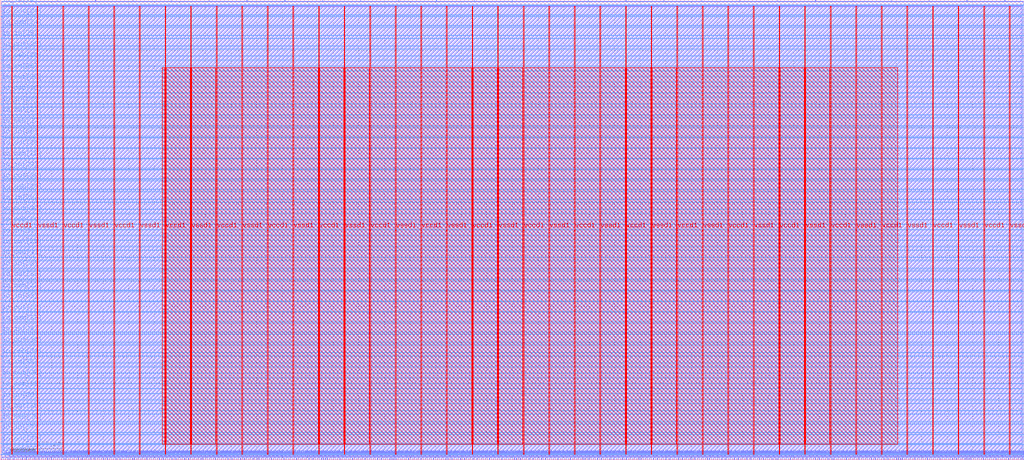
<source format=lef>
VERSION 5.7 ;
  NOWIREEXTENSIONATPIN ON ;
  DIVIDERCHAR "/" ;
  BUSBITCHARS "[]" ;
MACRO pwm_top
  CLASS BLOCK ;
  FOREIGN pwm_top ;
  ORIGIN 0.000 0.000 ;
  SIZE 2000.000 BY 900.000 ;
  PIN io_in[0]
    DIRECTION INPUT ;
    USE SIGNAL ;
    PORT
      LAYER met3 ;
        RECT 1996.000 9.560 2000.000 10.160 ;
    END
  END io_in[0]
  PIN io_in[10]
    DIRECTION INPUT ;
    USE SIGNAL ;
    PORT
      LAYER met3 ;
        RECT 1996.000 609.320 2000.000 609.920 ;
    END
  END io_in[10]
  PIN io_in[11]
    DIRECTION INPUT ;
    USE SIGNAL ;
    PORT
      LAYER met3 ;
        RECT 1996.000 669.160 2000.000 669.760 ;
    END
  END io_in[11]
  PIN io_in[12]
    DIRECTION INPUT ;
    USE SIGNAL ;
    PORT
      LAYER met3 ;
        RECT 1996.000 729.680 2000.000 730.280 ;
    END
  END io_in[12]
  PIN io_in[13]
    DIRECTION INPUT ;
    USE SIGNAL ;
    PORT
      LAYER met3 ;
        RECT 1996.000 789.520 2000.000 790.120 ;
    END
  END io_in[13]
  PIN io_in[14]
    DIRECTION INPUT ;
    USE SIGNAL ;
    PORT
      LAYER met3 ;
        RECT 1996.000 849.360 2000.000 849.960 ;
    END
  END io_in[14]
  PIN io_in[15]
    DIRECTION INPUT ;
    USE SIGNAL ;
    PORT
      LAYER met2 ;
        RECT 1962.450 896.000 1962.730 900.000 ;
    END
  END io_in[15]
  PIN io_in[16]
    DIRECTION INPUT ;
    USE SIGNAL ;
    PORT
      LAYER met2 ;
        RECT 1740.270 896.000 1740.550 900.000 ;
    END
  END io_in[16]
  PIN io_in[17]
    DIRECTION INPUT ;
    USE SIGNAL ;
    PORT
      LAYER met2 ;
        RECT 1518.090 896.000 1518.370 900.000 ;
    END
  END io_in[17]
  PIN io_in[18]
    DIRECTION INPUT ;
    USE SIGNAL ;
    PORT
      LAYER met2 ;
        RECT 1295.910 896.000 1296.190 900.000 ;
    END
  END io_in[18]
  PIN io_in[19]
    DIRECTION INPUT ;
    USE SIGNAL ;
    PORT
      LAYER met2 ;
        RECT 1073.730 896.000 1074.010 900.000 ;
    END
  END io_in[19]
  PIN io_in[1]
    DIRECTION INPUT ;
    USE SIGNAL ;
    PORT
      LAYER met3 ;
        RECT 1996.000 69.400 2000.000 70.000 ;
    END
  END io_in[1]
  PIN io_in[20]
    DIRECTION INPUT ;
    USE SIGNAL ;
    PORT
      LAYER met2 ;
        RECT 851.550 896.000 851.830 900.000 ;
    END
  END io_in[20]
  PIN io_in[21]
    DIRECTION INPUT ;
    USE SIGNAL ;
    PORT
      LAYER met2 ;
        RECT 629.370 896.000 629.650 900.000 ;
    END
  END io_in[21]
  PIN io_in[22]
    DIRECTION INPUT ;
    USE SIGNAL ;
    PORT
      LAYER met2 ;
        RECT 407.190 896.000 407.470 900.000 ;
    END
  END io_in[22]
  PIN io_in[23]
    DIRECTION INPUT ;
    USE SIGNAL ;
    PORT
      LAYER met2 ;
        RECT 185.010 896.000 185.290 900.000 ;
    END
  END io_in[23]
  PIN io_in[24]
    DIRECTION INPUT ;
    USE SIGNAL ;
    PORT
      LAYER met3 ;
        RECT 0.000 888.800 4.000 889.400 ;
    END
  END io_in[24]
  PIN io_in[25]
    DIRECTION INPUT ;
    USE SIGNAL ;
    PORT
      LAYER met3 ;
        RECT 0.000 824.200 4.000 824.800 ;
    END
  END io_in[25]
  PIN io_in[26]
    DIRECTION INPUT ;
    USE SIGNAL ;
    PORT
      LAYER met3 ;
        RECT 0.000 760.280 4.000 760.880 ;
    END
  END io_in[26]
  PIN io_in[27]
    DIRECTION INPUT ;
    USE SIGNAL ;
    PORT
      LAYER met3 ;
        RECT 0.000 695.680 4.000 696.280 ;
    END
  END io_in[27]
  PIN io_in[28]
    DIRECTION INPUT ;
    USE SIGNAL ;
    PORT
      LAYER met3 ;
        RECT 0.000 631.760 4.000 632.360 ;
    END
  END io_in[28]
  PIN io_in[29]
    DIRECTION INPUT ;
    USE SIGNAL ;
    PORT
      LAYER met3 ;
        RECT 0.000 567.160 4.000 567.760 ;
    END
  END io_in[29]
  PIN io_in[2]
    DIRECTION INPUT ;
    USE SIGNAL ;
    PORT
      LAYER met3 ;
        RECT 1996.000 129.240 2000.000 129.840 ;
    END
  END io_in[2]
  PIN io_in[30]
    DIRECTION INPUT ;
    USE SIGNAL ;
    PORT
      LAYER met3 ;
        RECT 0.000 503.240 4.000 503.840 ;
    END
  END io_in[30]
  PIN io_in[31]
    DIRECTION INPUT ;
    USE SIGNAL ;
    PORT
      LAYER met3 ;
        RECT 0.000 438.640 4.000 439.240 ;
    END
  END io_in[31]
  PIN io_in[32]
    DIRECTION INPUT ;
    USE SIGNAL ;
    PORT
      LAYER met3 ;
        RECT 0.000 374.040 4.000 374.640 ;
    END
  END io_in[32]
  PIN io_in[33]
    DIRECTION INPUT ;
    USE SIGNAL ;
    PORT
      LAYER met3 ;
        RECT 0.000 310.120 4.000 310.720 ;
    END
  END io_in[33]
  PIN io_in[34]
    DIRECTION INPUT ;
    USE SIGNAL ;
    PORT
      LAYER met3 ;
        RECT 0.000 245.520 4.000 246.120 ;
    END
  END io_in[34]
  PIN io_in[35]
    DIRECTION INPUT ;
    USE SIGNAL ;
    PORT
      LAYER met3 ;
        RECT 0.000 181.600 4.000 182.200 ;
    END
  END io_in[35]
  PIN io_in[36]
    DIRECTION INPUT ;
    USE SIGNAL ;
    PORT
      LAYER met3 ;
        RECT 0.000 117.000 4.000 117.600 ;
    END
  END io_in[36]
  PIN io_in[37]
    DIRECTION INPUT ;
    USE SIGNAL ;
    PORT
      LAYER met3 ;
        RECT 0.000 53.080 4.000 53.680 ;
    END
  END io_in[37]
  PIN io_in[3]
    DIRECTION INPUT ;
    USE SIGNAL ;
    PORT
      LAYER met3 ;
        RECT 1996.000 189.080 2000.000 189.680 ;
    END
  END io_in[3]
  PIN io_in[4]
    DIRECTION INPUT ;
    USE SIGNAL ;
    PORT
      LAYER met3 ;
        RECT 1996.000 249.600 2000.000 250.200 ;
    END
  END io_in[4]
  PIN io_in[5]
    DIRECTION INPUT ;
    USE SIGNAL ;
    PORT
      LAYER met3 ;
        RECT 1996.000 309.440 2000.000 310.040 ;
    END
  END io_in[5]
  PIN io_in[6]
    DIRECTION INPUT ;
    USE SIGNAL ;
    PORT
      LAYER met3 ;
        RECT 1996.000 369.280 2000.000 369.880 ;
    END
  END io_in[6]
  PIN io_in[7]
    DIRECTION INPUT ;
    USE SIGNAL ;
    PORT
      LAYER met3 ;
        RECT 1996.000 429.120 2000.000 429.720 ;
    END
  END io_in[7]
  PIN io_in[8]
    DIRECTION INPUT ;
    USE SIGNAL ;
    PORT
      LAYER met3 ;
        RECT 1996.000 489.640 2000.000 490.240 ;
    END
  END io_in[8]
  PIN io_in[9]
    DIRECTION INPUT ;
    USE SIGNAL ;
    PORT
      LAYER met3 ;
        RECT 1996.000 549.480 2000.000 550.080 ;
    END
  END io_in[9]
  PIN io_oeb[0]
    DIRECTION OUTPUT TRISTATE ;
    USE SIGNAL ;
    PORT
      LAYER met3 ;
        RECT 1996.000 49.000 2000.000 49.600 ;
    END
  END io_oeb[0]
  PIN io_oeb[10]
    DIRECTION OUTPUT TRISTATE ;
    USE SIGNAL ;
    PORT
      LAYER met3 ;
        RECT 1996.000 649.440 2000.000 650.040 ;
    END
  END io_oeb[10]
  PIN io_oeb[11]
    DIRECTION OUTPUT TRISTATE ;
    USE SIGNAL ;
    PORT
      LAYER met3 ;
        RECT 1996.000 709.280 2000.000 709.880 ;
    END
  END io_oeb[11]
  PIN io_oeb[12]
    DIRECTION OUTPUT TRISTATE ;
    USE SIGNAL ;
    PORT
      LAYER met3 ;
        RECT 1996.000 769.800 2000.000 770.400 ;
    END
  END io_oeb[12]
  PIN io_oeb[13]
    DIRECTION OUTPUT TRISTATE ;
    USE SIGNAL ;
    PORT
      LAYER met3 ;
        RECT 1996.000 829.640 2000.000 830.240 ;
    END
  END io_oeb[13]
  PIN io_oeb[14]
    DIRECTION OUTPUT TRISTATE ;
    USE SIGNAL ;
    PORT
      LAYER met3 ;
        RECT 1996.000 889.480 2000.000 890.080 ;
    END
  END io_oeb[14]
  PIN io_oeb[15]
    DIRECTION OUTPUT TRISTATE ;
    USE SIGNAL ;
    PORT
      LAYER met2 ;
        RECT 1814.330 896.000 1814.610 900.000 ;
    END
  END io_oeb[15]
  PIN io_oeb[16]
    DIRECTION OUTPUT TRISTATE ;
    USE SIGNAL ;
    PORT
      LAYER met2 ;
        RECT 1592.150 896.000 1592.430 900.000 ;
    END
  END io_oeb[16]
  PIN io_oeb[17]
    DIRECTION OUTPUT TRISTATE ;
    USE SIGNAL ;
    PORT
      LAYER met2 ;
        RECT 1369.970 896.000 1370.250 900.000 ;
    END
  END io_oeb[17]
  PIN io_oeb[18]
    DIRECTION OUTPUT TRISTATE ;
    USE SIGNAL ;
    PORT
      LAYER met2 ;
        RECT 1147.790 896.000 1148.070 900.000 ;
    END
  END io_oeb[18]
  PIN io_oeb[19]
    DIRECTION OUTPUT TRISTATE ;
    USE SIGNAL ;
    PORT
      LAYER met2 ;
        RECT 925.610 896.000 925.890 900.000 ;
    END
  END io_oeb[19]
  PIN io_oeb[1]
    DIRECTION OUTPUT TRISTATE ;
    USE SIGNAL ;
    PORT
      LAYER met3 ;
        RECT 1996.000 109.520 2000.000 110.120 ;
    END
  END io_oeb[1]
  PIN io_oeb[20]
    DIRECTION OUTPUT TRISTATE ;
    USE SIGNAL ;
    PORT
      LAYER met2 ;
        RECT 703.430 896.000 703.710 900.000 ;
    END
  END io_oeb[20]
  PIN io_oeb[21]
    DIRECTION OUTPUT TRISTATE ;
    USE SIGNAL ;
    PORT
      LAYER met2 ;
        RECT 481.250 896.000 481.530 900.000 ;
    END
  END io_oeb[21]
  PIN io_oeb[22]
    DIRECTION OUTPUT TRISTATE ;
    USE SIGNAL ;
    PORT
      LAYER met2 ;
        RECT 259.070 896.000 259.350 900.000 ;
    END
  END io_oeb[22]
  PIN io_oeb[23]
    DIRECTION OUTPUT TRISTATE ;
    USE SIGNAL ;
    PORT
      LAYER met2 ;
        RECT 36.890 896.000 37.170 900.000 ;
    END
  END io_oeb[23]
  PIN io_oeb[24]
    DIRECTION OUTPUT TRISTATE ;
    USE SIGNAL ;
    PORT
      LAYER met3 ;
        RECT 0.000 845.960 4.000 846.560 ;
    END
  END io_oeb[24]
  PIN io_oeb[25]
    DIRECTION OUTPUT TRISTATE ;
    USE SIGNAL ;
    PORT
      LAYER met3 ;
        RECT 0.000 781.360 4.000 781.960 ;
    END
  END io_oeb[25]
  PIN io_oeb[26]
    DIRECTION OUTPUT TRISTATE ;
    USE SIGNAL ;
    PORT
      LAYER met3 ;
        RECT 0.000 717.440 4.000 718.040 ;
    END
  END io_oeb[26]
  PIN io_oeb[27]
    DIRECTION OUTPUT TRISTATE ;
    USE SIGNAL ;
    PORT
      LAYER met3 ;
        RECT 0.000 652.840 4.000 653.440 ;
    END
  END io_oeb[27]
  PIN io_oeb[28]
    DIRECTION OUTPUT TRISTATE ;
    USE SIGNAL ;
    PORT
      LAYER met3 ;
        RECT 0.000 588.920 4.000 589.520 ;
    END
  END io_oeb[28]
  PIN io_oeb[29]
    DIRECTION OUTPUT TRISTATE ;
    USE SIGNAL ;
    PORT
      LAYER met3 ;
        RECT 0.000 524.320 4.000 524.920 ;
    END
  END io_oeb[29]
  PIN io_oeb[2]
    DIRECTION OUTPUT TRISTATE ;
    USE SIGNAL ;
    PORT
      LAYER met3 ;
        RECT 1996.000 169.360 2000.000 169.960 ;
    END
  END io_oeb[2]
  PIN io_oeb[30]
    DIRECTION OUTPUT TRISTATE ;
    USE SIGNAL ;
    PORT
      LAYER met3 ;
        RECT 0.000 460.400 4.000 461.000 ;
    END
  END io_oeb[30]
  PIN io_oeb[31]
    DIRECTION OUTPUT TRISTATE ;
    USE SIGNAL ;
    PORT
      LAYER met3 ;
        RECT 0.000 395.800 4.000 396.400 ;
    END
  END io_oeb[31]
  PIN io_oeb[32]
    DIRECTION OUTPUT TRISTATE ;
    USE SIGNAL ;
    PORT
      LAYER met3 ;
        RECT 0.000 331.200 4.000 331.800 ;
    END
  END io_oeb[32]
  PIN io_oeb[33]
    DIRECTION OUTPUT TRISTATE ;
    USE SIGNAL ;
    PORT
      LAYER met3 ;
        RECT 0.000 267.280 4.000 267.880 ;
    END
  END io_oeb[33]
  PIN io_oeb[34]
    DIRECTION OUTPUT TRISTATE ;
    USE SIGNAL ;
    PORT
      LAYER met3 ;
        RECT 0.000 202.680 4.000 203.280 ;
    END
  END io_oeb[34]
  PIN io_oeb[35]
    DIRECTION OUTPUT TRISTATE ;
    USE SIGNAL ;
    PORT
      LAYER met3 ;
        RECT 0.000 138.760 4.000 139.360 ;
    END
  END io_oeb[35]
  PIN io_oeb[36]
    DIRECTION OUTPUT TRISTATE ;
    USE SIGNAL ;
    PORT
      LAYER met3 ;
        RECT 0.000 74.160 4.000 74.760 ;
    END
  END io_oeb[36]
  PIN io_oeb[37]
    DIRECTION OUTPUT TRISTATE ;
    USE SIGNAL ;
    PORT
      LAYER met3 ;
        RECT 0.000 10.240 4.000 10.840 ;
    END
  END io_oeb[37]
  PIN io_oeb[3]
    DIRECTION OUTPUT TRISTATE ;
    USE SIGNAL ;
    PORT
      LAYER met3 ;
        RECT 1996.000 229.200 2000.000 229.800 ;
    END
  END io_oeb[3]
  PIN io_oeb[4]
    DIRECTION OUTPUT TRISTATE ;
    USE SIGNAL ;
    PORT
      LAYER met3 ;
        RECT 1996.000 289.040 2000.000 289.640 ;
    END
  END io_oeb[4]
  PIN io_oeb[5]
    DIRECTION OUTPUT TRISTATE ;
    USE SIGNAL ;
    PORT
      LAYER met3 ;
        RECT 1996.000 349.560 2000.000 350.160 ;
    END
  END io_oeb[5]
  PIN io_oeb[6]
    DIRECTION OUTPUT TRISTATE ;
    USE SIGNAL ;
    PORT
      LAYER met3 ;
        RECT 1996.000 409.400 2000.000 410.000 ;
    END
  END io_oeb[6]
  PIN io_oeb[7]
    DIRECTION OUTPUT TRISTATE ;
    USE SIGNAL ;
    PORT
      LAYER met3 ;
        RECT 1996.000 469.240 2000.000 469.840 ;
    END
  END io_oeb[7]
  PIN io_oeb[8]
    DIRECTION OUTPUT TRISTATE ;
    USE SIGNAL ;
    PORT
      LAYER met3 ;
        RECT 1996.000 529.080 2000.000 529.680 ;
    END
  END io_oeb[8]
  PIN io_oeb[9]
    DIRECTION OUTPUT TRISTATE ;
    USE SIGNAL ;
    PORT
      LAYER met3 ;
        RECT 1996.000 589.600 2000.000 590.200 ;
    END
  END io_oeb[9]
  PIN io_out[0]
    DIRECTION OUTPUT TRISTATE ;
    USE SIGNAL ;
    PORT
      LAYER met3 ;
        RECT 1996.000 29.280 2000.000 29.880 ;
    END
  END io_out[0]
  PIN io_out[10]
    DIRECTION OUTPUT TRISTATE ;
    USE SIGNAL ;
    PORT
      LAYER met3 ;
        RECT 1996.000 629.720 2000.000 630.320 ;
    END
  END io_out[10]
  PIN io_out[11]
    DIRECTION OUTPUT TRISTATE ;
    USE SIGNAL ;
    PORT
      LAYER met3 ;
        RECT 1996.000 689.560 2000.000 690.160 ;
    END
  END io_out[11]
  PIN io_out[12]
    DIRECTION OUTPUT TRISTATE ;
    USE SIGNAL ;
    PORT
      LAYER met3 ;
        RECT 1996.000 749.400 2000.000 750.000 ;
    END
  END io_out[12]
  PIN io_out[13]
    DIRECTION OUTPUT TRISTATE ;
    USE SIGNAL ;
    PORT
      LAYER met3 ;
        RECT 1996.000 809.240 2000.000 809.840 ;
    END
  END io_out[13]
  PIN io_out[14]
    DIRECTION OUTPUT TRISTATE ;
    USE SIGNAL ;
    PORT
      LAYER met3 ;
        RECT 1996.000 869.760 2000.000 870.360 ;
    END
  END io_out[14]
  PIN io_out[15]
    DIRECTION OUTPUT TRISTATE ;
    USE SIGNAL ;
    PORT
      LAYER met2 ;
        RECT 1888.390 896.000 1888.670 900.000 ;
    END
  END io_out[15]
  PIN io_out[16]
    DIRECTION OUTPUT TRISTATE ;
    USE SIGNAL ;
    PORT
      LAYER met2 ;
        RECT 1666.210 896.000 1666.490 900.000 ;
    END
  END io_out[16]
  PIN io_out[17]
    DIRECTION OUTPUT TRISTATE ;
    USE SIGNAL ;
    PORT
      LAYER met2 ;
        RECT 1444.030 896.000 1444.310 900.000 ;
    END
  END io_out[17]
  PIN io_out[18]
    DIRECTION OUTPUT TRISTATE ;
    USE SIGNAL ;
    PORT
      LAYER met2 ;
        RECT 1221.850 896.000 1222.130 900.000 ;
    END
  END io_out[18]
  PIN io_out[19]
    DIRECTION OUTPUT TRISTATE ;
    USE SIGNAL ;
    PORT
      LAYER met2 ;
        RECT 999.670 896.000 999.950 900.000 ;
    END
  END io_out[19]
  PIN io_out[1]
    DIRECTION OUTPUT TRISTATE ;
    USE SIGNAL ;
    PORT
      LAYER met3 ;
        RECT 1996.000 89.120 2000.000 89.720 ;
    END
  END io_out[1]
  PIN io_out[20]
    DIRECTION OUTPUT TRISTATE ;
    USE SIGNAL ;
    PORT
      LAYER met2 ;
        RECT 777.490 896.000 777.770 900.000 ;
    END
  END io_out[20]
  PIN io_out[21]
    DIRECTION OUTPUT TRISTATE ;
    USE SIGNAL ;
    PORT
      LAYER met2 ;
        RECT 555.310 896.000 555.590 900.000 ;
    END
  END io_out[21]
  PIN io_out[22]
    DIRECTION OUTPUT TRISTATE ;
    USE SIGNAL ;
    PORT
      LAYER met2 ;
        RECT 333.130 896.000 333.410 900.000 ;
    END
  END io_out[22]
  PIN io_out[23]
    DIRECTION OUTPUT TRISTATE ;
    USE SIGNAL ;
    PORT
      LAYER met2 ;
        RECT 110.950 896.000 111.230 900.000 ;
    END
  END io_out[23]
  PIN io_out[24]
    DIRECTION OUTPUT TRISTATE ;
    USE SIGNAL ;
    PORT
      LAYER met3 ;
        RECT 0.000 867.040 4.000 867.640 ;
    END
  END io_out[24]
  PIN io_out[25]
    DIRECTION OUTPUT TRISTATE ;
    USE SIGNAL ;
    PORT
      LAYER met3 ;
        RECT 0.000 803.120 4.000 803.720 ;
    END
  END io_out[25]
  PIN io_out[26]
    DIRECTION OUTPUT TRISTATE ;
    USE SIGNAL ;
    PORT
      LAYER met3 ;
        RECT 0.000 738.520 4.000 739.120 ;
    END
  END io_out[26]
  PIN io_out[27]
    DIRECTION OUTPUT TRISTATE ;
    USE SIGNAL ;
    PORT
      LAYER met3 ;
        RECT 0.000 674.600 4.000 675.200 ;
    END
  END io_out[27]
  PIN io_out[28]
    DIRECTION OUTPUT TRISTATE ;
    USE SIGNAL ;
    PORT
      LAYER met3 ;
        RECT 0.000 610.000 4.000 610.600 ;
    END
  END io_out[28]
  PIN io_out[29]
    DIRECTION OUTPUT TRISTATE ;
    USE SIGNAL ;
    PORT
      LAYER met3 ;
        RECT 0.000 546.080 4.000 546.680 ;
    END
  END io_out[29]
  PIN io_out[2]
    DIRECTION OUTPUT TRISTATE ;
    USE SIGNAL ;
    PORT
      LAYER met3 ;
        RECT 1996.000 148.960 2000.000 149.560 ;
    END
  END io_out[2]
  PIN io_out[30]
    DIRECTION OUTPUT TRISTATE ;
    USE SIGNAL ;
    PORT
      LAYER met3 ;
        RECT 0.000 481.480 4.000 482.080 ;
    END
  END io_out[30]
  PIN io_out[31]
    DIRECTION OUTPUT TRISTATE ;
    USE SIGNAL ;
    PORT
      LAYER met3 ;
        RECT 0.000 416.880 4.000 417.480 ;
    END
  END io_out[31]
  PIN io_out[32]
    DIRECTION OUTPUT TRISTATE ;
    USE SIGNAL ;
    PORT
      LAYER met3 ;
        RECT 0.000 352.960 4.000 353.560 ;
    END
  END io_out[32]
  PIN io_out[33]
    DIRECTION OUTPUT TRISTATE ;
    USE SIGNAL ;
    PORT
      LAYER met3 ;
        RECT 0.000 288.360 4.000 288.960 ;
    END
  END io_out[33]
  PIN io_out[34]
    DIRECTION OUTPUT TRISTATE ;
    USE SIGNAL ;
    PORT
      LAYER met3 ;
        RECT 0.000 224.440 4.000 225.040 ;
    END
  END io_out[34]
  PIN io_out[35]
    DIRECTION OUTPUT TRISTATE ;
    USE SIGNAL ;
    PORT
      LAYER met3 ;
        RECT 0.000 159.840 4.000 160.440 ;
    END
  END io_out[35]
  PIN io_out[36]
    DIRECTION OUTPUT TRISTATE ;
    USE SIGNAL ;
    PORT
      LAYER met3 ;
        RECT 0.000 95.920 4.000 96.520 ;
    END
  END io_out[36]
  PIN io_out[37]
    DIRECTION OUTPUT TRISTATE ;
    USE SIGNAL ;
    PORT
      LAYER met3 ;
        RECT 0.000 31.320 4.000 31.920 ;
    END
  END io_out[37]
  PIN io_out[3]
    DIRECTION OUTPUT TRISTATE ;
    USE SIGNAL ;
    PORT
      LAYER met3 ;
        RECT 1996.000 209.480 2000.000 210.080 ;
    END
  END io_out[3]
  PIN io_out[4]
    DIRECTION OUTPUT TRISTATE ;
    USE SIGNAL ;
    PORT
      LAYER met3 ;
        RECT 1996.000 269.320 2000.000 269.920 ;
    END
  END io_out[4]
  PIN io_out[5]
    DIRECTION OUTPUT TRISTATE ;
    USE SIGNAL ;
    PORT
      LAYER met3 ;
        RECT 1996.000 329.160 2000.000 329.760 ;
    END
  END io_out[5]
  PIN io_out[6]
    DIRECTION OUTPUT TRISTATE ;
    USE SIGNAL ;
    PORT
      LAYER met3 ;
        RECT 1996.000 389.680 2000.000 390.280 ;
    END
  END io_out[6]
  PIN io_out[7]
    DIRECTION OUTPUT TRISTATE ;
    USE SIGNAL ;
    PORT
      LAYER met3 ;
        RECT 1996.000 449.520 2000.000 450.120 ;
    END
  END io_out[7]
  PIN io_out[8]
    DIRECTION OUTPUT TRISTATE ;
    USE SIGNAL ;
    PORT
      LAYER met3 ;
        RECT 1996.000 509.360 2000.000 509.960 ;
    END
  END io_out[8]
  PIN io_out[9]
    DIRECTION OUTPUT TRISTATE ;
    USE SIGNAL ;
    PORT
      LAYER met3 ;
        RECT 1996.000 569.200 2000.000 569.800 ;
    END
  END io_out[9]
  PIN irq[0]
    DIRECTION OUTPUT TRISTATE ;
    USE SIGNAL ;
    PORT
      LAYER met2 ;
        RECT 1989.590 0.000 1989.870 4.000 ;
    END
  END irq[0]
  PIN irq[1]
    DIRECTION OUTPUT TRISTATE ;
    USE SIGNAL ;
    PORT
      LAYER met2 ;
        RECT 1993.730 0.000 1994.010 4.000 ;
    END
  END irq[1]
  PIN irq[2]
    DIRECTION OUTPUT TRISTATE ;
    USE SIGNAL ;
    PORT
      LAYER met2 ;
        RECT 1997.870 0.000 1998.150 4.000 ;
    END
  END irq[2]
  PIN la_data_in[0]
    DIRECTION INPUT ;
    USE SIGNAL ;
    PORT
      LAYER met2 ;
        RECT 431.570 0.000 431.850 4.000 ;
    END
  END la_data_in[0]
  PIN la_data_in[100]
    DIRECTION INPUT ;
    USE SIGNAL ;
    PORT
      LAYER met2 ;
        RECT 1648.730 0.000 1649.010 4.000 ;
    END
  END la_data_in[100]
  PIN la_data_in[101]
    DIRECTION INPUT ;
    USE SIGNAL ;
    PORT
      LAYER met2 ;
        RECT 1661.150 0.000 1661.430 4.000 ;
    END
  END la_data_in[101]
  PIN la_data_in[102]
    DIRECTION INPUT ;
    USE SIGNAL ;
    PORT
      LAYER met2 ;
        RECT 1673.110 0.000 1673.390 4.000 ;
    END
  END la_data_in[102]
  PIN la_data_in[103]
    DIRECTION INPUT ;
    USE SIGNAL ;
    PORT
      LAYER met2 ;
        RECT 1685.530 0.000 1685.810 4.000 ;
    END
  END la_data_in[103]
  PIN la_data_in[104]
    DIRECTION INPUT ;
    USE SIGNAL ;
    PORT
      LAYER met2 ;
        RECT 1697.490 0.000 1697.770 4.000 ;
    END
  END la_data_in[104]
  PIN la_data_in[105]
    DIRECTION INPUT ;
    USE SIGNAL ;
    PORT
      LAYER met2 ;
        RECT 1709.450 0.000 1709.730 4.000 ;
    END
  END la_data_in[105]
  PIN la_data_in[106]
    DIRECTION INPUT ;
    USE SIGNAL ;
    PORT
      LAYER met2 ;
        RECT 1721.870 0.000 1722.150 4.000 ;
    END
  END la_data_in[106]
  PIN la_data_in[107]
    DIRECTION INPUT ;
    USE SIGNAL ;
    PORT
      LAYER met2 ;
        RECT 1733.830 0.000 1734.110 4.000 ;
    END
  END la_data_in[107]
  PIN la_data_in[108]
    DIRECTION INPUT ;
    USE SIGNAL ;
    PORT
      LAYER met2 ;
        RECT 1746.250 0.000 1746.530 4.000 ;
    END
  END la_data_in[108]
  PIN la_data_in[109]
    DIRECTION INPUT ;
    USE SIGNAL ;
    PORT
      LAYER met2 ;
        RECT 1758.210 0.000 1758.490 4.000 ;
    END
  END la_data_in[109]
  PIN la_data_in[10]
    DIRECTION INPUT ;
    USE SIGNAL ;
    PORT
      LAYER met2 ;
        RECT 553.470 0.000 553.750 4.000 ;
    END
  END la_data_in[10]
  PIN la_data_in[110]
    DIRECTION INPUT ;
    USE SIGNAL ;
    PORT
      LAYER met2 ;
        RECT 1770.630 0.000 1770.910 4.000 ;
    END
  END la_data_in[110]
  PIN la_data_in[111]
    DIRECTION INPUT ;
    USE SIGNAL ;
    PORT
      LAYER met2 ;
        RECT 1782.590 0.000 1782.870 4.000 ;
    END
  END la_data_in[111]
  PIN la_data_in[112]
    DIRECTION INPUT ;
    USE SIGNAL ;
    PORT
      LAYER met2 ;
        RECT 1795.010 0.000 1795.290 4.000 ;
    END
  END la_data_in[112]
  PIN la_data_in[113]
    DIRECTION INPUT ;
    USE SIGNAL ;
    PORT
      LAYER met2 ;
        RECT 1806.970 0.000 1807.250 4.000 ;
    END
  END la_data_in[113]
  PIN la_data_in[114]
    DIRECTION INPUT ;
    USE SIGNAL ;
    PORT
      LAYER met2 ;
        RECT 1819.390 0.000 1819.670 4.000 ;
    END
  END la_data_in[114]
  PIN la_data_in[115]
    DIRECTION INPUT ;
    USE SIGNAL ;
    PORT
      LAYER met2 ;
        RECT 1831.350 0.000 1831.630 4.000 ;
    END
  END la_data_in[115]
  PIN la_data_in[116]
    DIRECTION INPUT ;
    USE SIGNAL ;
    PORT
      LAYER met2 ;
        RECT 1843.770 0.000 1844.050 4.000 ;
    END
  END la_data_in[116]
  PIN la_data_in[117]
    DIRECTION INPUT ;
    USE SIGNAL ;
    PORT
      LAYER met2 ;
        RECT 1855.730 0.000 1856.010 4.000 ;
    END
  END la_data_in[117]
  PIN la_data_in[118]
    DIRECTION INPUT ;
    USE SIGNAL ;
    PORT
      LAYER met2 ;
        RECT 1867.690 0.000 1867.970 4.000 ;
    END
  END la_data_in[118]
  PIN la_data_in[119]
    DIRECTION INPUT ;
    USE SIGNAL ;
    PORT
      LAYER met2 ;
        RECT 1880.110 0.000 1880.390 4.000 ;
    END
  END la_data_in[119]
  PIN la_data_in[11]
    DIRECTION INPUT ;
    USE SIGNAL ;
    PORT
      LAYER met2 ;
        RECT 565.430 0.000 565.710 4.000 ;
    END
  END la_data_in[11]
  PIN la_data_in[120]
    DIRECTION INPUT ;
    USE SIGNAL ;
    PORT
      LAYER met2 ;
        RECT 1892.070 0.000 1892.350 4.000 ;
    END
  END la_data_in[120]
  PIN la_data_in[121]
    DIRECTION INPUT ;
    USE SIGNAL ;
    PORT
      LAYER met2 ;
        RECT 1904.490 0.000 1904.770 4.000 ;
    END
  END la_data_in[121]
  PIN la_data_in[122]
    DIRECTION INPUT ;
    USE SIGNAL ;
    PORT
      LAYER met2 ;
        RECT 1916.450 0.000 1916.730 4.000 ;
    END
  END la_data_in[122]
  PIN la_data_in[123]
    DIRECTION INPUT ;
    USE SIGNAL ;
    PORT
      LAYER met2 ;
        RECT 1928.870 0.000 1929.150 4.000 ;
    END
  END la_data_in[123]
  PIN la_data_in[124]
    DIRECTION INPUT ;
    USE SIGNAL ;
    PORT
      LAYER met2 ;
        RECT 1940.830 0.000 1941.110 4.000 ;
    END
  END la_data_in[124]
  PIN la_data_in[125]
    DIRECTION INPUT ;
    USE SIGNAL ;
    PORT
      LAYER met2 ;
        RECT 1953.250 0.000 1953.530 4.000 ;
    END
  END la_data_in[125]
  PIN la_data_in[126]
    DIRECTION INPUT ;
    USE SIGNAL ;
    PORT
      LAYER met2 ;
        RECT 1965.210 0.000 1965.490 4.000 ;
    END
  END la_data_in[126]
  PIN la_data_in[127]
    DIRECTION INPUT ;
    USE SIGNAL ;
    PORT
      LAYER met2 ;
        RECT 1977.630 0.000 1977.910 4.000 ;
    END
  END la_data_in[127]
  PIN la_data_in[12]
    DIRECTION INPUT ;
    USE SIGNAL ;
    PORT
      LAYER met2 ;
        RECT 577.850 0.000 578.130 4.000 ;
    END
  END la_data_in[12]
  PIN la_data_in[13]
    DIRECTION INPUT ;
    USE SIGNAL ;
    PORT
      LAYER met2 ;
        RECT 589.810 0.000 590.090 4.000 ;
    END
  END la_data_in[13]
  PIN la_data_in[14]
    DIRECTION INPUT ;
    USE SIGNAL ;
    PORT
      LAYER met2 ;
        RECT 602.230 0.000 602.510 4.000 ;
    END
  END la_data_in[14]
  PIN la_data_in[15]
    DIRECTION INPUT ;
    USE SIGNAL ;
    PORT
      LAYER met2 ;
        RECT 614.190 0.000 614.470 4.000 ;
    END
  END la_data_in[15]
  PIN la_data_in[16]
    DIRECTION INPUT ;
    USE SIGNAL ;
    PORT
      LAYER met2 ;
        RECT 626.610 0.000 626.890 4.000 ;
    END
  END la_data_in[16]
  PIN la_data_in[17]
    DIRECTION INPUT ;
    USE SIGNAL ;
    PORT
      LAYER met2 ;
        RECT 638.570 0.000 638.850 4.000 ;
    END
  END la_data_in[17]
  PIN la_data_in[18]
    DIRECTION INPUT ;
    USE SIGNAL ;
    PORT
      LAYER met2 ;
        RECT 650.990 0.000 651.270 4.000 ;
    END
  END la_data_in[18]
  PIN la_data_in[19]
    DIRECTION INPUT ;
    USE SIGNAL ;
    PORT
      LAYER met2 ;
        RECT 662.950 0.000 663.230 4.000 ;
    END
  END la_data_in[19]
  PIN la_data_in[1]
    DIRECTION INPUT ;
    USE SIGNAL ;
    PORT
      LAYER met2 ;
        RECT 443.990 0.000 444.270 4.000 ;
    END
  END la_data_in[1]
  PIN la_data_in[20]
    DIRECTION INPUT ;
    USE SIGNAL ;
    PORT
      LAYER met2 ;
        RECT 675.370 0.000 675.650 4.000 ;
    END
  END la_data_in[20]
  PIN la_data_in[21]
    DIRECTION INPUT ;
    USE SIGNAL ;
    PORT
      LAYER met2 ;
        RECT 687.330 0.000 687.610 4.000 ;
    END
  END la_data_in[21]
  PIN la_data_in[22]
    DIRECTION INPUT ;
    USE SIGNAL ;
    PORT
      LAYER met2 ;
        RECT 699.290 0.000 699.570 4.000 ;
    END
  END la_data_in[22]
  PIN la_data_in[23]
    DIRECTION INPUT ;
    USE SIGNAL ;
    PORT
      LAYER met2 ;
        RECT 711.710 0.000 711.990 4.000 ;
    END
  END la_data_in[23]
  PIN la_data_in[24]
    DIRECTION INPUT ;
    USE SIGNAL ;
    PORT
      LAYER met2 ;
        RECT 723.670 0.000 723.950 4.000 ;
    END
  END la_data_in[24]
  PIN la_data_in[25]
    DIRECTION INPUT ;
    USE SIGNAL ;
    PORT
      LAYER met2 ;
        RECT 736.090 0.000 736.370 4.000 ;
    END
  END la_data_in[25]
  PIN la_data_in[26]
    DIRECTION INPUT ;
    USE SIGNAL ;
    PORT
      LAYER met2 ;
        RECT 748.050 0.000 748.330 4.000 ;
    END
  END la_data_in[26]
  PIN la_data_in[27]
    DIRECTION INPUT ;
    USE SIGNAL ;
    PORT
      LAYER met2 ;
        RECT 760.470 0.000 760.750 4.000 ;
    END
  END la_data_in[27]
  PIN la_data_in[28]
    DIRECTION INPUT ;
    USE SIGNAL ;
    PORT
      LAYER met2 ;
        RECT 772.430 0.000 772.710 4.000 ;
    END
  END la_data_in[28]
  PIN la_data_in[29]
    DIRECTION INPUT ;
    USE SIGNAL ;
    PORT
      LAYER met2 ;
        RECT 784.850 0.000 785.130 4.000 ;
    END
  END la_data_in[29]
  PIN la_data_in[2]
    DIRECTION INPUT ;
    USE SIGNAL ;
    PORT
      LAYER met2 ;
        RECT 455.950 0.000 456.230 4.000 ;
    END
  END la_data_in[2]
  PIN la_data_in[30]
    DIRECTION INPUT ;
    USE SIGNAL ;
    PORT
      LAYER met2 ;
        RECT 796.810 0.000 797.090 4.000 ;
    END
  END la_data_in[30]
  PIN la_data_in[31]
    DIRECTION INPUT ;
    USE SIGNAL ;
    PORT
      LAYER met2 ;
        RECT 809.230 0.000 809.510 4.000 ;
    END
  END la_data_in[31]
  PIN la_data_in[32]
    DIRECTION INPUT ;
    USE SIGNAL ;
    PORT
      LAYER met2 ;
        RECT 821.190 0.000 821.470 4.000 ;
    END
  END la_data_in[32]
  PIN la_data_in[33]
    DIRECTION INPUT ;
    USE SIGNAL ;
    PORT
      LAYER met2 ;
        RECT 833.150 0.000 833.430 4.000 ;
    END
  END la_data_in[33]
  PIN la_data_in[34]
    DIRECTION INPUT ;
    USE SIGNAL ;
    PORT
      LAYER met2 ;
        RECT 845.570 0.000 845.850 4.000 ;
    END
  END la_data_in[34]
  PIN la_data_in[35]
    DIRECTION INPUT ;
    USE SIGNAL ;
    PORT
      LAYER met2 ;
        RECT 857.530 0.000 857.810 4.000 ;
    END
  END la_data_in[35]
  PIN la_data_in[36]
    DIRECTION INPUT ;
    USE SIGNAL ;
    PORT
      LAYER met2 ;
        RECT 869.950 0.000 870.230 4.000 ;
    END
  END la_data_in[36]
  PIN la_data_in[37]
    DIRECTION INPUT ;
    USE SIGNAL ;
    PORT
      LAYER met2 ;
        RECT 881.910 0.000 882.190 4.000 ;
    END
  END la_data_in[37]
  PIN la_data_in[38]
    DIRECTION INPUT ;
    USE SIGNAL ;
    PORT
      LAYER met2 ;
        RECT 894.330 0.000 894.610 4.000 ;
    END
  END la_data_in[38]
  PIN la_data_in[39]
    DIRECTION INPUT ;
    USE SIGNAL ;
    PORT
      LAYER met2 ;
        RECT 906.290 0.000 906.570 4.000 ;
    END
  END la_data_in[39]
  PIN la_data_in[3]
    DIRECTION INPUT ;
    USE SIGNAL ;
    PORT
      LAYER met2 ;
        RECT 468.370 0.000 468.650 4.000 ;
    END
  END la_data_in[3]
  PIN la_data_in[40]
    DIRECTION INPUT ;
    USE SIGNAL ;
    PORT
      LAYER met2 ;
        RECT 918.710 0.000 918.990 4.000 ;
    END
  END la_data_in[40]
  PIN la_data_in[41]
    DIRECTION INPUT ;
    USE SIGNAL ;
    PORT
      LAYER met2 ;
        RECT 930.670 0.000 930.950 4.000 ;
    END
  END la_data_in[41]
  PIN la_data_in[42]
    DIRECTION INPUT ;
    USE SIGNAL ;
    PORT
      LAYER met2 ;
        RECT 943.090 0.000 943.370 4.000 ;
    END
  END la_data_in[42]
  PIN la_data_in[43]
    DIRECTION INPUT ;
    USE SIGNAL ;
    PORT
      LAYER met2 ;
        RECT 955.050 0.000 955.330 4.000 ;
    END
  END la_data_in[43]
  PIN la_data_in[44]
    DIRECTION INPUT ;
    USE SIGNAL ;
    PORT
      LAYER met2 ;
        RECT 967.470 0.000 967.750 4.000 ;
    END
  END la_data_in[44]
  PIN la_data_in[45]
    DIRECTION INPUT ;
    USE SIGNAL ;
    PORT
      LAYER met2 ;
        RECT 979.430 0.000 979.710 4.000 ;
    END
  END la_data_in[45]
  PIN la_data_in[46]
    DIRECTION INPUT ;
    USE SIGNAL ;
    PORT
      LAYER met2 ;
        RECT 991.390 0.000 991.670 4.000 ;
    END
  END la_data_in[46]
  PIN la_data_in[47]
    DIRECTION INPUT ;
    USE SIGNAL ;
    PORT
      LAYER met2 ;
        RECT 1003.810 0.000 1004.090 4.000 ;
    END
  END la_data_in[47]
  PIN la_data_in[48]
    DIRECTION INPUT ;
    USE SIGNAL ;
    PORT
      LAYER met2 ;
        RECT 1015.770 0.000 1016.050 4.000 ;
    END
  END la_data_in[48]
  PIN la_data_in[49]
    DIRECTION INPUT ;
    USE SIGNAL ;
    PORT
      LAYER met2 ;
        RECT 1028.190 0.000 1028.470 4.000 ;
    END
  END la_data_in[49]
  PIN la_data_in[4]
    DIRECTION INPUT ;
    USE SIGNAL ;
    PORT
      LAYER met2 ;
        RECT 480.330 0.000 480.610 4.000 ;
    END
  END la_data_in[4]
  PIN la_data_in[50]
    DIRECTION INPUT ;
    USE SIGNAL ;
    PORT
      LAYER met2 ;
        RECT 1040.150 0.000 1040.430 4.000 ;
    END
  END la_data_in[50]
  PIN la_data_in[51]
    DIRECTION INPUT ;
    USE SIGNAL ;
    PORT
      LAYER met2 ;
        RECT 1052.570 0.000 1052.850 4.000 ;
    END
  END la_data_in[51]
  PIN la_data_in[52]
    DIRECTION INPUT ;
    USE SIGNAL ;
    PORT
      LAYER met2 ;
        RECT 1064.530 0.000 1064.810 4.000 ;
    END
  END la_data_in[52]
  PIN la_data_in[53]
    DIRECTION INPUT ;
    USE SIGNAL ;
    PORT
      LAYER met2 ;
        RECT 1076.950 0.000 1077.230 4.000 ;
    END
  END la_data_in[53]
  PIN la_data_in[54]
    DIRECTION INPUT ;
    USE SIGNAL ;
    PORT
      LAYER met2 ;
        RECT 1088.910 0.000 1089.190 4.000 ;
    END
  END la_data_in[54]
  PIN la_data_in[55]
    DIRECTION INPUT ;
    USE SIGNAL ;
    PORT
      LAYER met2 ;
        RECT 1101.330 0.000 1101.610 4.000 ;
    END
  END la_data_in[55]
  PIN la_data_in[56]
    DIRECTION INPUT ;
    USE SIGNAL ;
    PORT
      LAYER met2 ;
        RECT 1113.290 0.000 1113.570 4.000 ;
    END
  END la_data_in[56]
  PIN la_data_in[57]
    DIRECTION INPUT ;
    USE SIGNAL ;
    PORT
      LAYER met2 ;
        RECT 1125.250 0.000 1125.530 4.000 ;
    END
  END la_data_in[57]
  PIN la_data_in[58]
    DIRECTION INPUT ;
    USE SIGNAL ;
    PORT
      LAYER met2 ;
        RECT 1137.670 0.000 1137.950 4.000 ;
    END
  END la_data_in[58]
  PIN la_data_in[59]
    DIRECTION INPUT ;
    USE SIGNAL ;
    PORT
      LAYER met2 ;
        RECT 1149.630 0.000 1149.910 4.000 ;
    END
  END la_data_in[59]
  PIN la_data_in[5]
    DIRECTION INPUT ;
    USE SIGNAL ;
    PORT
      LAYER met2 ;
        RECT 492.750 0.000 493.030 4.000 ;
    END
  END la_data_in[5]
  PIN la_data_in[60]
    DIRECTION INPUT ;
    USE SIGNAL ;
    PORT
      LAYER met2 ;
        RECT 1162.050 0.000 1162.330 4.000 ;
    END
  END la_data_in[60]
  PIN la_data_in[61]
    DIRECTION INPUT ;
    USE SIGNAL ;
    PORT
      LAYER met2 ;
        RECT 1174.010 0.000 1174.290 4.000 ;
    END
  END la_data_in[61]
  PIN la_data_in[62]
    DIRECTION INPUT ;
    USE SIGNAL ;
    PORT
      LAYER met2 ;
        RECT 1186.430 0.000 1186.710 4.000 ;
    END
  END la_data_in[62]
  PIN la_data_in[63]
    DIRECTION INPUT ;
    USE SIGNAL ;
    PORT
      LAYER met2 ;
        RECT 1198.390 0.000 1198.670 4.000 ;
    END
  END la_data_in[63]
  PIN la_data_in[64]
    DIRECTION INPUT ;
    USE SIGNAL ;
    PORT
      LAYER met2 ;
        RECT 1210.810 0.000 1211.090 4.000 ;
    END
  END la_data_in[64]
  PIN la_data_in[65]
    DIRECTION INPUT ;
    USE SIGNAL ;
    PORT
      LAYER met2 ;
        RECT 1222.770 0.000 1223.050 4.000 ;
    END
  END la_data_in[65]
  PIN la_data_in[66]
    DIRECTION INPUT ;
    USE SIGNAL ;
    PORT
      LAYER met2 ;
        RECT 1235.190 0.000 1235.470 4.000 ;
    END
  END la_data_in[66]
  PIN la_data_in[67]
    DIRECTION INPUT ;
    USE SIGNAL ;
    PORT
      LAYER met2 ;
        RECT 1247.150 0.000 1247.430 4.000 ;
    END
  END la_data_in[67]
  PIN la_data_in[68]
    DIRECTION INPUT ;
    USE SIGNAL ;
    PORT
      LAYER met2 ;
        RECT 1259.570 0.000 1259.850 4.000 ;
    END
  END la_data_in[68]
  PIN la_data_in[69]
    DIRECTION INPUT ;
    USE SIGNAL ;
    PORT
      LAYER met2 ;
        RECT 1271.530 0.000 1271.810 4.000 ;
    END
  END la_data_in[69]
  PIN la_data_in[6]
    DIRECTION INPUT ;
    USE SIGNAL ;
    PORT
      LAYER met2 ;
        RECT 504.710 0.000 504.990 4.000 ;
    END
  END la_data_in[6]
  PIN la_data_in[70]
    DIRECTION INPUT ;
    USE SIGNAL ;
    PORT
      LAYER met2 ;
        RECT 1283.490 0.000 1283.770 4.000 ;
    END
  END la_data_in[70]
  PIN la_data_in[71]
    DIRECTION INPUT ;
    USE SIGNAL ;
    PORT
      LAYER met2 ;
        RECT 1295.910 0.000 1296.190 4.000 ;
    END
  END la_data_in[71]
  PIN la_data_in[72]
    DIRECTION INPUT ;
    USE SIGNAL ;
    PORT
      LAYER met2 ;
        RECT 1307.870 0.000 1308.150 4.000 ;
    END
  END la_data_in[72]
  PIN la_data_in[73]
    DIRECTION INPUT ;
    USE SIGNAL ;
    PORT
      LAYER met2 ;
        RECT 1320.290 0.000 1320.570 4.000 ;
    END
  END la_data_in[73]
  PIN la_data_in[74]
    DIRECTION INPUT ;
    USE SIGNAL ;
    PORT
      LAYER met2 ;
        RECT 1332.250 0.000 1332.530 4.000 ;
    END
  END la_data_in[74]
  PIN la_data_in[75]
    DIRECTION INPUT ;
    USE SIGNAL ;
    PORT
      LAYER met2 ;
        RECT 1344.670 0.000 1344.950 4.000 ;
    END
  END la_data_in[75]
  PIN la_data_in[76]
    DIRECTION INPUT ;
    USE SIGNAL ;
    PORT
      LAYER met2 ;
        RECT 1356.630 0.000 1356.910 4.000 ;
    END
  END la_data_in[76]
  PIN la_data_in[77]
    DIRECTION INPUT ;
    USE SIGNAL ;
    PORT
      LAYER met2 ;
        RECT 1369.050 0.000 1369.330 4.000 ;
    END
  END la_data_in[77]
  PIN la_data_in[78]
    DIRECTION INPUT ;
    USE SIGNAL ;
    PORT
      LAYER met2 ;
        RECT 1381.010 0.000 1381.290 4.000 ;
    END
  END la_data_in[78]
  PIN la_data_in[79]
    DIRECTION INPUT ;
    USE SIGNAL ;
    PORT
      LAYER met2 ;
        RECT 1393.430 0.000 1393.710 4.000 ;
    END
  END la_data_in[79]
  PIN la_data_in[7]
    DIRECTION INPUT ;
    USE SIGNAL ;
    PORT
      LAYER met2 ;
        RECT 517.130 0.000 517.410 4.000 ;
    END
  END la_data_in[7]
  PIN la_data_in[80]
    DIRECTION INPUT ;
    USE SIGNAL ;
    PORT
      LAYER met2 ;
        RECT 1405.390 0.000 1405.670 4.000 ;
    END
  END la_data_in[80]
  PIN la_data_in[81]
    DIRECTION INPUT ;
    USE SIGNAL ;
    PORT
      LAYER met2 ;
        RECT 1417.350 0.000 1417.630 4.000 ;
    END
  END la_data_in[81]
  PIN la_data_in[82]
    DIRECTION INPUT ;
    USE SIGNAL ;
    PORT
      LAYER met2 ;
        RECT 1429.770 0.000 1430.050 4.000 ;
    END
  END la_data_in[82]
  PIN la_data_in[83]
    DIRECTION INPUT ;
    USE SIGNAL ;
    PORT
      LAYER met2 ;
        RECT 1441.730 0.000 1442.010 4.000 ;
    END
  END la_data_in[83]
  PIN la_data_in[84]
    DIRECTION INPUT ;
    USE SIGNAL ;
    PORT
      LAYER met2 ;
        RECT 1454.150 0.000 1454.430 4.000 ;
    END
  END la_data_in[84]
  PIN la_data_in[85]
    DIRECTION INPUT ;
    USE SIGNAL ;
    PORT
      LAYER met2 ;
        RECT 1466.110 0.000 1466.390 4.000 ;
    END
  END la_data_in[85]
  PIN la_data_in[86]
    DIRECTION INPUT ;
    USE SIGNAL ;
    PORT
      LAYER met2 ;
        RECT 1478.530 0.000 1478.810 4.000 ;
    END
  END la_data_in[86]
  PIN la_data_in[87]
    DIRECTION INPUT ;
    USE SIGNAL ;
    PORT
      LAYER met2 ;
        RECT 1490.490 0.000 1490.770 4.000 ;
    END
  END la_data_in[87]
  PIN la_data_in[88]
    DIRECTION INPUT ;
    USE SIGNAL ;
    PORT
      LAYER met2 ;
        RECT 1502.910 0.000 1503.190 4.000 ;
    END
  END la_data_in[88]
  PIN la_data_in[89]
    DIRECTION INPUT ;
    USE SIGNAL ;
    PORT
      LAYER met2 ;
        RECT 1514.870 0.000 1515.150 4.000 ;
    END
  END la_data_in[89]
  PIN la_data_in[8]
    DIRECTION INPUT ;
    USE SIGNAL ;
    PORT
      LAYER met2 ;
        RECT 529.090 0.000 529.370 4.000 ;
    END
  END la_data_in[8]
  PIN la_data_in[90]
    DIRECTION INPUT ;
    USE SIGNAL ;
    PORT
      LAYER met2 ;
        RECT 1527.290 0.000 1527.570 4.000 ;
    END
  END la_data_in[90]
  PIN la_data_in[91]
    DIRECTION INPUT ;
    USE SIGNAL ;
    PORT
      LAYER met2 ;
        RECT 1539.250 0.000 1539.530 4.000 ;
    END
  END la_data_in[91]
  PIN la_data_in[92]
    DIRECTION INPUT ;
    USE SIGNAL ;
    PORT
      LAYER met2 ;
        RECT 1551.670 0.000 1551.950 4.000 ;
    END
  END la_data_in[92]
  PIN la_data_in[93]
    DIRECTION INPUT ;
    USE SIGNAL ;
    PORT
      LAYER met2 ;
        RECT 1563.630 0.000 1563.910 4.000 ;
    END
  END la_data_in[93]
  PIN la_data_in[94]
    DIRECTION INPUT ;
    USE SIGNAL ;
    PORT
      LAYER met2 ;
        RECT 1575.590 0.000 1575.870 4.000 ;
    END
  END la_data_in[94]
  PIN la_data_in[95]
    DIRECTION INPUT ;
    USE SIGNAL ;
    PORT
      LAYER met2 ;
        RECT 1588.010 0.000 1588.290 4.000 ;
    END
  END la_data_in[95]
  PIN la_data_in[96]
    DIRECTION INPUT ;
    USE SIGNAL ;
    PORT
      LAYER met2 ;
        RECT 1599.970 0.000 1600.250 4.000 ;
    END
  END la_data_in[96]
  PIN la_data_in[97]
    DIRECTION INPUT ;
    USE SIGNAL ;
    PORT
      LAYER met2 ;
        RECT 1612.390 0.000 1612.670 4.000 ;
    END
  END la_data_in[97]
  PIN la_data_in[98]
    DIRECTION INPUT ;
    USE SIGNAL ;
    PORT
      LAYER met2 ;
        RECT 1624.350 0.000 1624.630 4.000 ;
    END
  END la_data_in[98]
  PIN la_data_in[99]
    DIRECTION INPUT ;
    USE SIGNAL ;
    PORT
      LAYER met2 ;
        RECT 1636.770 0.000 1637.050 4.000 ;
    END
  END la_data_in[99]
  PIN la_data_in[9]
    DIRECTION INPUT ;
    USE SIGNAL ;
    PORT
      LAYER met2 ;
        RECT 541.050 0.000 541.330 4.000 ;
    END
  END la_data_in[9]
  PIN la_data_out[0]
    DIRECTION OUTPUT TRISTATE ;
    USE SIGNAL ;
    PORT
      LAYER met2 ;
        RECT 435.710 0.000 435.990 4.000 ;
    END
  END la_data_out[0]
  PIN la_data_out[100]
    DIRECTION OUTPUT TRISTATE ;
    USE SIGNAL ;
    PORT
      LAYER met2 ;
        RECT 1652.870 0.000 1653.150 4.000 ;
    END
  END la_data_out[100]
  PIN la_data_out[101]
    DIRECTION OUTPUT TRISTATE ;
    USE SIGNAL ;
    PORT
      LAYER met2 ;
        RECT 1664.830 0.000 1665.110 4.000 ;
    END
  END la_data_out[101]
  PIN la_data_out[102]
    DIRECTION OUTPUT TRISTATE ;
    USE SIGNAL ;
    PORT
      LAYER met2 ;
        RECT 1677.250 0.000 1677.530 4.000 ;
    END
  END la_data_out[102]
  PIN la_data_out[103]
    DIRECTION OUTPUT TRISTATE ;
    USE SIGNAL ;
    PORT
      LAYER met2 ;
        RECT 1689.210 0.000 1689.490 4.000 ;
    END
  END la_data_out[103]
  PIN la_data_out[104]
    DIRECTION OUTPUT TRISTATE ;
    USE SIGNAL ;
    PORT
      LAYER met2 ;
        RECT 1701.630 0.000 1701.910 4.000 ;
    END
  END la_data_out[104]
  PIN la_data_out[105]
    DIRECTION OUTPUT TRISTATE ;
    USE SIGNAL ;
    PORT
      LAYER met2 ;
        RECT 1713.590 0.000 1713.870 4.000 ;
    END
  END la_data_out[105]
  PIN la_data_out[106]
    DIRECTION OUTPUT TRISTATE ;
    USE SIGNAL ;
    PORT
      LAYER met2 ;
        RECT 1726.010 0.000 1726.290 4.000 ;
    END
  END la_data_out[106]
  PIN la_data_out[107]
    DIRECTION OUTPUT TRISTATE ;
    USE SIGNAL ;
    PORT
      LAYER met2 ;
        RECT 1737.970 0.000 1738.250 4.000 ;
    END
  END la_data_out[107]
  PIN la_data_out[108]
    DIRECTION OUTPUT TRISTATE ;
    USE SIGNAL ;
    PORT
      LAYER met2 ;
        RECT 1750.390 0.000 1750.670 4.000 ;
    END
  END la_data_out[108]
  PIN la_data_out[109]
    DIRECTION OUTPUT TRISTATE ;
    USE SIGNAL ;
    PORT
      LAYER met2 ;
        RECT 1762.350 0.000 1762.630 4.000 ;
    END
  END la_data_out[109]
  PIN la_data_out[10]
    DIRECTION OUTPUT TRISTATE ;
    USE SIGNAL ;
    PORT
      LAYER met2 ;
        RECT 557.610 0.000 557.890 4.000 ;
    END
  END la_data_out[10]
  PIN la_data_out[110]
    DIRECTION OUTPUT TRISTATE ;
    USE SIGNAL ;
    PORT
      LAYER met2 ;
        RECT 1774.770 0.000 1775.050 4.000 ;
    END
  END la_data_out[110]
  PIN la_data_out[111]
    DIRECTION OUTPUT TRISTATE ;
    USE SIGNAL ;
    PORT
      LAYER met2 ;
        RECT 1786.730 0.000 1787.010 4.000 ;
    END
  END la_data_out[111]
  PIN la_data_out[112]
    DIRECTION OUTPUT TRISTATE ;
    USE SIGNAL ;
    PORT
      LAYER met2 ;
        RECT 1799.150 0.000 1799.430 4.000 ;
    END
  END la_data_out[112]
  PIN la_data_out[113]
    DIRECTION OUTPUT TRISTATE ;
    USE SIGNAL ;
    PORT
      LAYER met2 ;
        RECT 1811.110 0.000 1811.390 4.000 ;
    END
  END la_data_out[113]
  PIN la_data_out[114]
    DIRECTION OUTPUT TRISTATE ;
    USE SIGNAL ;
    PORT
      LAYER met2 ;
        RECT 1823.070 0.000 1823.350 4.000 ;
    END
  END la_data_out[114]
  PIN la_data_out[115]
    DIRECTION OUTPUT TRISTATE ;
    USE SIGNAL ;
    PORT
      LAYER met2 ;
        RECT 1835.490 0.000 1835.770 4.000 ;
    END
  END la_data_out[115]
  PIN la_data_out[116]
    DIRECTION OUTPUT TRISTATE ;
    USE SIGNAL ;
    PORT
      LAYER met2 ;
        RECT 1847.450 0.000 1847.730 4.000 ;
    END
  END la_data_out[116]
  PIN la_data_out[117]
    DIRECTION OUTPUT TRISTATE ;
    USE SIGNAL ;
    PORT
      LAYER met2 ;
        RECT 1859.870 0.000 1860.150 4.000 ;
    END
  END la_data_out[117]
  PIN la_data_out[118]
    DIRECTION OUTPUT TRISTATE ;
    USE SIGNAL ;
    PORT
      LAYER met2 ;
        RECT 1871.830 0.000 1872.110 4.000 ;
    END
  END la_data_out[118]
  PIN la_data_out[119]
    DIRECTION OUTPUT TRISTATE ;
    USE SIGNAL ;
    PORT
      LAYER met2 ;
        RECT 1884.250 0.000 1884.530 4.000 ;
    END
  END la_data_out[119]
  PIN la_data_out[11]
    DIRECTION OUTPUT TRISTATE ;
    USE SIGNAL ;
    PORT
      LAYER met2 ;
        RECT 569.570 0.000 569.850 4.000 ;
    END
  END la_data_out[11]
  PIN la_data_out[120]
    DIRECTION OUTPUT TRISTATE ;
    USE SIGNAL ;
    PORT
      LAYER met2 ;
        RECT 1896.210 0.000 1896.490 4.000 ;
    END
  END la_data_out[120]
  PIN la_data_out[121]
    DIRECTION OUTPUT TRISTATE ;
    USE SIGNAL ;
    PORT
      LAYER met2 ;
        RECT 1908.630 0.000 1908.910 4.000 ;
    END
  END la_data_out[121]
  PIN la_data_out[122]
    DIRECTION OUTPUT TRISTATE ;
    USE SIGNAL ;
    PORT
      LAYER met2 ;
        RECT 1920.590 0.000 1920.870 4.000 ;
    END
  END la_data_out[122]
  PIN la_data_out[123]
    DIRECTION OUTPUT TRISTATE ;
    USE SIGNAL ;
    PORT
      LAYER met2 ;
        RECT 1933.010 0.000 1933.290 4.000 ;
    END
  END la_data_out[123]
  PIN la_data_out[124]
    DIRECTION OUTPUT TRISTATE ;
    USE SIGNAL ;
    PORT
      LAYER met2 ;
        RECT 1944.970 0.000 1945.250 4.000 ;
    END
  END la_data_out[124]
  PIN la_data_out[125]
    DIRECTION OUTPUT TRISTATE ;
    USE SIGNAL ;
    PORT
      LAYER met2 ;
        RECT 1956.930 0.000 1957.210 4.000 ;
    END
  END la_data_out[125]
  PIN la_data_out[126]
    DIRECTION OUTPUT TRISTATE ;
    USE SIGNAL ;
    PORT
      LAYER met2 ;
        RECT 1969.350 0.000 1969.630 4.000 ;
    END
  END la_data_out[126]
  PIN la_data_out[127]
    DIRECTION OUTPUT TRISTATE ;
    USE SIGNAL ;
    PORT
      LAYER met2 ;
        RECT 1981.310 0.000 1981.590 4.000 ;
    END
  END la_data_out[127]
  PIN la_data_out[12]
    DIRECTION OUTPUT TRISTATE ;
    USE SIGNAL ;
    PORT
      LAYER met2 ;
        RECT 581.990 0.000 582.270 4.000 ;
    END
  END la_data_out[12]
  PIN la_data_out[13]
    DIRECTION OUTPUT TRISTATE ;
    USE SIGNAL ;
    PORT
      LAYER met2 ;
        RECT 593.950 0.000 594.230 4.000 ;
    END
  END la_data_out[13]
  PIN la_data_out[14]
    DIRECTION OUTPUT TRISTATE ;
    USE SIGNAL ;
    PORT
      LAYER met2 ;
        RECT 606.370 0.000 606.650 4.000 ;
    END
  END la_data_out[14]
  PIN la_data_out[15]
    DIRECTION OUTPUT TRISTATE ;
    USE SIGNAL ;
    PORT
      LAYER met2 ;
        RECT 618.330 0.000 618.610 4.000 ;
    END
  END la_data_out[15]
  PIN la_data_out[16]
    DIRECTION OUTPUT TRISTATE ;
    USE SIGNAL ;
    PORT
      LAYER met2 ;
        RECT 630.750 0.000 631.030 4.000 ;
    END
  END la_data_out[16]
  PIN la_data_out[17]
    DIRECTION OUTPUT TRISTATE ;
    USE SIGNAL ;
    PORT
      LAYER met2 ;
        RECT 642.710 0.000 642.990 4.000 ;
    END
  END la_data_out[17]
  PIN la_data_out[18]
    DIRECTION OUTPUT TRISTATE ;
    USE SIGNAL ;
    PORT
      LAYER met2 ;
        RECT 654.670 0.000 654.950 4.000 ;
    END
  END la_data_out[18]
  PIN la_data_out[19]
    DIRECTION OUTPUT TRISTATE ;
    USE SIGNAL ;
    PORT
      LAYER met2 ;
        RECT 667.090 0.000 667.370 4.000 ;
    END
  END la_data_out[19]
  PIN la_data_out[1]
    DIRECTION OUTPUT TRISTATE ;
    USE SIGNAL ;
    PORT
      LAYER met2 ;
        RECT 448.130 0.000 448.410 4.000 ;
    END
  END la_data_out[1]
  PIN la_data_out[20]
    DIRECTION OUTPUT TRISTATE ;
    USE SIGNAL ;
    PORT
      LAYER met2 ;
        RECT 679.050 0.000 679.330 4.000 ;
    END
  END la_data_out[20]
  PIN la_data_out[21]
    DIRECTION OUTPUT TRISTATE ;
    USE SIGNAL ;
    PORT
      LAYER met2 ;
        RECT 691.470 0.000 691.750 4.000 ;
    END
  END la_data_out[21]
  PIN la_data_out[22]
    DIRECTION OUTPUT TRISTATE ;
    USE SIGNAL ;
    PORT
      LAYER met2 ;
        RECT 703.430 0.000 703.710 4.000 ;
    END
  END la_data_out[22]
  PIN la_data_out[23]
    DIRECTION OUTPUT TRISTATE ;
    USE SIGNAL ;
    PORT
      LAYER met2 ;
        RECT 715.850 0.000 716.130 4.000 ;
    END
  END la_data_out[23]
  PIN la_data_out[24]
    DIRECTION OUTPUT TRISTATE ;
    USE SIGNAL ;
    PORT
      LAYER met2 ;
        RECT 727.810 0.000 728.090 4.000 ;
    END
  END la_data_out[24]
  PIN la_data_out[25]
    DIRECTION OUTPUT TRISTATE ;
    USE SIGNAL ;
    PORT
      LAYER met2 ;
        RECT 740.230 0.000 740.510 4.000 ;
    END
  END la_data_out[25]
  PIN la_data_out[26]
    DIRECTION OUTPUT TRISTATE ;
    USE SIGNAL ;
    PORT
      LAYER met2 ;
        RECT 752.190 0.000 752.470 4.000 ;
    END
  END la_data_out[26]
  PIN la_data_out[27]
    DIRECTION OUTPUT TRISTATE ;
    USE SIGNAL ;
    PORT
      LAYER met2 ;
        RECT 764.610 0.000 764.890 4.000 ;
    END
  END la_data_out[27]
  PIN la_data_out[28]
    DIRECTION OUTPUT TRISTATE ;
    USE SIGNAL ;
    PORT
      LAYER met2 ;
        RECT 776.570 0.000 776.850 4.000 ;
    END
  END la_data_out[28]
  PIN la_data_out[29]
    DIRECTION OUTPUT TRISTATE ;
    USE SIGNAL ;
    PORT
      LAYER met2 ;
        RECT 788.530 0.000 788.810 4.000 ;
    END
  END la_data_out[29]
  PIN la_data_out[2]
    DIRECTION OUTPUT TRISTATE ;
    USE SIGNAL ;
    PORT
      LAYER met2 ;
        RECT 460.090 0.000 460.370 4.000 ;
    END
  END la_data_out[2]
  PIN la_data_out[30]
    DIRECTION OUTPUT TRISTATE ;
    USE SIGNAL ;
    PORT
      LAYER met2 ;
        RECT 800.950 0.000 801.230 4.000 ;
    END
  END la_data_out[30]
  PIN la_data_out[31]
    DIRECTION OUTPUT TRISTATE ;
    USE SIGNAL ;
    PORT
      LAYER met2 ;
        RECT 812.910 0.000 813.190 4.000 ;
    END
  END la_data_out[31]
  PIN la_data_out[32]
    DIRECTION OUTPUT TRISTATE ;
    USE SIGNAL ;
    PORT
      LAYER met2 ;
        RECT 825.330 0.000 825.610 4.000 ;
    END
  END la_data_out[32]
  PIN la_data_out[33]
    DIRECTION OUTPUT TRISTATE ;
    USE SIGNAL ;
    PORT
      LAYER met2 ;
        RECT 837.290 0.000 837.570 4.000 ;
    END
  END la_data_out[33]
  PIN la_data_out[34]
    DIRECTION OUTPUT TRISTATE ;
    USE SIGNAL ;
    PORT
      LAYER met2 ;
        RECT 849.710 0.000 849.990 4.000 ;
    END
  END la_data_out[34]
  PIN la_data_out[35]
    DIRECTION OUTPUT TRISTATE ;
    USE SIGNAL ;
    PORT
      LAYER met2 ;
        RECT 861.670 0.000 861.950 4.000 ;
    END
  END la_data_out[35]
  PIN la_data_out[36]
    DIRECTION OUTPUT TRISTATE ;
    USE SIGNAL ;
    PORT
      LAYER met2 ;
        RECT 874.090 0.000 874.370 4.000 ;
    END
  END la_data_out[36]
  PIN la_data_out[37]
    DIRECTION OUTPUT TRISTATE ;
    USE SIGNAL ;
    PORT
      LAYER met2 ;
        RECT 886.050 0.000 886.330 4.000 ;
    END
  END la_data_out[37]
  PIN la_data_out[38]
    DIRECTION OUTPUT TRISTATE ;
    USE SIGNAL ;
    PORT
      LAYER met2 ;
        RECT 898.470 0.000 898.750 4.000 ;
    END
  END la_data_out[38]
  PIN la_data_out[39]
    DIRECTION OUTPUT TRISTATE ;
    USE SIGNAL ;
    PORT
      LAYER met2 ;
        RECT 910.430 0.000 910.710 4.000 ;
    END
  END la_data_out[39]
  PIN la_data_out[3]
    DIRECTION OUTPUT TRISTATE ;
    USE SIGNAL ;
    PORT
      LAYER met2 ;
        RECT 472.510 0.000 472.790 4.000 ;
    END
  END la_data_out[3]
  PIN la_data_out[40]
    DIRECTION OUTPUT TRISTATE ;
    USE SIGNAL ;
    PORT
      LAYER met2 ;
        RECT 922.850 0.000 923.130 4.000 ;
    END
  END la_data_out[40]
  PIN la_data_out[41]
    DIRECTION OUTPUT TRISTATE ;
    USE SIGNAL ;
    PORT
      LAYER met2 ;
        RECT 934.810 0.000 935.090 4.000 ;
    END
  END la_data_out[41]
  PIN la_data_out[42]
    DIRECTION OUTPUT TRISTATE ;
    USE SIGNAL ;
    PORT
      LAYER met2 ;
        RECT 946.770 0.000 947.050 4.000 ;
    END
  END la_data_out[42]
  PIN la_data_out[43]
    DIRECTION OUTPUT TRISTATE ;
    USE SIGNAL ;
    PORT
      LAYER met2 ;
        RECT 959.190 0.000 959.470 4.000 ;
    END
  END la_data_out[43]
  PIN la_data_out[44]
    DIRECTION OUTPUT TRISTATE ;
    USE SIGNAL ;
    PORT
      LAYER met2 ;
        RECT 971.150 0.000 971.430 4.000 ;
    END
  END la_data_out[44]
  PIN la_data_out[45]
    DIRECTION OUTPUT TRISTATE ;
    USE SIGNAL ;
    PORT
      LAYER met2 ;
        RECT 983.570 0.000 983.850 4.000 ;
    END
  END la_data_out[45]
  PIN la_data_out[46]
    DIRECTION OUTPUT TRISTATE ;
    USE SIGNAL ;
    PORT
      LAYER met2 ;
        RECT 995.530 0.000 995.810 4.000 ;
    END
  END la_data_out[46]
  PIN la_data_out[47]
    DIRECTION OUTPUT TRISTATE ;
    USE SIGNAL ;
    PORT
      LAYER met2 ;
        RECT 1007.950 0.000 1008.230 4.000 ;
    END
  END la_data_out[47]
  PIN la_data_out[48]
    DIRECTION OUTPUT TRISTATE ;
    USE SIGNAL ;
    PORT
      LAYER met2 ;
        RECT 1019.910 0.000 1020.190 4.000 ;
    END
  END la_data_out[48]
  PIN la_data_out[49]
    DIRECTION OUTPUT TRISTATE ;
    USE SIGNAL ;
    PORT
      LAYER met2 ;
        RECT 1032.330 0.000 1032.610 4.000 ;
    END
  END la_data_out[49]
  PIN la_data_out[4]
    DIRECTION OUTPUT TRISTATE ;
    USE SIGNAL ;
    PORT
      LAYER met2 ;
        RECT 484.470 0.000 484.750 4.000 ;
    END
  END la_data_out[4]
  PIN la_data_out[50]
    DIRECTION OUTPUT TRISTATE ;
    USE SIGNAL ;
    PORT
      LAYER met2 ;
        RECT 1044.290 0.000 1044.570 4.000 ;
    END
  END la_data_out[50]
  PIN la_data_out[51]
    DIRECTION OUTPUT TRISTATE ;
    USE SIGNAL ;
    PORT
      LAYER met2 ;
        RECT 1056.710 0.000 1056.990 4.000 ;
    END
  END la_data_out[51]
  PIN la_data_out[52]
    DIRECTION OUTPUT TRISTATE ;
    USE SIGNAL ;
    PORT
      LAYER met2 ;
        RECT 1068.670 0.000 1068.950 4.000 ;
    END
  END la_data_out[52]
  PIN la_data_out[53]
    DIRECTION OUTPUT TRISTATE ;
    USE SIGNAL ;
    PORT
      LAYER met2 ;
        RECT 1080.630 0.000 1080.910 4.000 ;
    END
  END la_data_out[53]
  PIN la_data_out[54]
    DIRECTION OUTPUT TRISTATE ;
    USE SIGNAL ;
    PORT
      LAYER met2 ;
        RECT 1093.050 0.000 1093.330 4.000 ;
    END
  END la_data_out[54]
  PIN la_data_out[55]
    DIRECTION OUTPUT TRISTATE ;
    USE SIGNAL ;
    PORT
      LAYER met2 ;
        RECT 1105.010 0.000 1105.290 4.000 ;
    END
  END la_data_out[55]
  PIN la_data_out[56]
    DIRECTION OUTPUT TRISTATE ;
    USE SIGNAL ;
    PORT
      LAYER met2 ;
        RECT 1117.430 0.000 1117.710 4.000 ;
    END
  END la_data_out[56]
  PIN la_data_out[57]
    DIRECTION OUTPUT TRISTATE ;
    USE SIGNAL ;
    PORT
      LAYER met2 ;
        RECT 1129.390 0.000 1129.670 4.000 ;
    END
  END la_data_out[57]
  PIN la_data_out[58]
    DIRECTION OUTPUT TRISTATE ;
    USE SIGNAL ;
    PORT
      LAYER met2 ;
        RECT 1141.810 0.000 1142.090 4.000 ;
    END
  END la_data_out[58]
  PIN la_data_out[59]
    DIRECTION OUTPUT TRISTATE ;
    USE SIGNAL ;
    PORT
      LAYER met2 ;
        RECT 1153.770 0.000 1154.050 4.000 ;
    END
  END la_data_out[59]
  PIN la_data_out[5]
    DIRECTION OUTPUT TRISTATE ;
    USE SIGNAL ;
    PORT
      LAYER met2 ;
        RECT 496.430 0.000 496.710 4.000 ;
    END
  END la_data_out[5]
  PIN la_data_out[60]
    DIRECTION OUTPUT TRISTATE ;
    USE SIGNAL ;
    PORT
      LAYER met2 ;
        RECT 1166.190 0.000 1166.470 4.000 ;
    END
  END la_data_out[60]
  PIN la_data_out[61]
    DIRECTION OUTPUT TRISTATE ;
    USE SIGNAL ;
    PORT
      LAYER met2 ;
        RECT 1178.150 0.000 1178.430 4.000 ;
    END
  END la_data_out[61]
  PIN la_data_out[62]
    DIRECTION OUTPUT TRISTATE ;
    USE SIGNAL ;
    PORT
      LAYER met2 ;
        RECT 1190.570 0.000 1190.850 4.000 ;
    END
  END la_data_out[62]
  PIN la_data_out[63]
    DIRECTION OUTPUT TRISTATE ;
    USE SIGNAL ;
    PORT
      LAYER met2 ;
        RECT 1202.530 0.000 1202.810 4.000 ;
    END
  END la_data_out[63]
  PIN la_data_out[64]
    DIRECTION OUTPUT TRISTATE ;
    USE SIGNAL ;
    PORT
      LAYER met2 ;
        RECT 1214.950 0.000 1215.230 4.000 ;
    END
  END la_data_out[64]
  PIN la_data_out[65]
    DIRECTION OUTPUT TRISTATE ;
    USE SIGNAL ;
    PORT
      LAYER met2 ;
        RECT 1226.910 0.000 1227.190 4.000 ;
    END
  END la_data_out[65]
  PIN la_data_out[66]
    DIRECTION OUTPUT TRISTATE ;
    USE SIGNAL ;
    PORT
      LAYER met2 ;
        RECT 1238.870 0.000 1239.150 4.000 ;
    END
  END la_data_out[66]
  PIN la_data_out[67]
    DIRECTION OUTPUT TRISTATE ;
    USE SIGNAL ;
    PORT
      LAYER met2 ;
        RECT 1251.290 0.000 1251.570 4.000 ;
    END
  END la_data_out[67]
  PIN la_data_out[68]
    DIRECTION OUTPUT TRISTATE ;
    USE SIGNAL ;
    PORT
      LAYER met2 ;
        RECT 1263.250 0.000 1263.530 4.000 ;
    END
  END la_data_out[68]
  PIN la_data_out[69]
    DIRECTION OUTPUT TRISTATE ;
    USE SIGNAL ;
    PORT
      LAYER met2 ;
        RECT 1275.670 0.000 1275.950 4.000 ;
    END
  END la_data_out[69]
  PIN la_data_out[6]
    DIRECTION OUTPUT TRISTATE ;
    USE SIGNAL ;
    PORT
      LAYER met2 ;
        RECT 508.850 0.000 509.130 4.000 ;
    END
  END la_data_out[6]
  PIN la_data_out[70]
    DIRECTION OUTPUT TRISTATE ;
    USE SIGNAL ;
    PORT
      LAYER met2 ;
        RECT 1287.630 0.000 1287.910 4.000 ;
    END
  END la_data_out[70]
  PIN la_data_out[71]
    DIRECTION OUTPUT TRISTATE ;
    USE SIGNAL ;
    PORT
      LAYER met2 ;
        RECT 1300.050 0.000 1300.330 4.000 ;
    END
  END la_data_out[71]
  PIN la_data_out[72]
    DIRECTION OUTPUT TRISTATE ;
    USE SIGNAL ;
    PORT
      LAYER met2 ;
        RECT 1312.010 0.000 1312.290 4.000 ;
    END
  END la_data_out[72]
  PIN la_data_out[73]
    DIRECTION OUTPUT TRISTATE ;
    USE SIGNAL ;
    PORT
      LAYER met2 ;
        RECT 1324.430 0.000 1324.710 4.000 ;
    END
  END la_data_out[73]
  PIN la_data_out[74]
    DIRECTION OUTPUT TRISTATE ;
    USE SIGNAL ;
    PORT
      LAYER met2 ;
        RECT 1336.390 0.000 1336.670 4.000 ;
    END
  END la_data_out[74]
  PIN la_data_out[75]
    DIRECTION OUTPUT TRISTATE ;
    USE SIGNAL ;
    PORT
      LAYER met2 ;
        RECT 1348.810 0.000 1349.090 4.000 ;
    END
  END la_data_out[75]
  PIN la_data_out[76]
    DIRECTION OUTPUT TRISTATE ;
    USE SIGNAL ;
    PORT
      LAYER met2 ;
        RECT 1360.770 0.000 1361.050 4.000 ;
    END
  END la_data_out[76]
  PIN la_data_out[77]
    DIRECTION OUTPUT TRISTATE ;
    USE SIGNAL ;
    PORT
      LAYER met2 ;
        RECT 1372.730 0.000 1373.010 4.000 ;
    END
  END la_data_out[77]
  PIN la_data_out[78]
    DIRECTION OUTPUT TRISTATE ;
    USE SIGNAL ;
    PORT
      LAYER met2 ;
        RECT 1385.150 0.000 1385.430 4.000 ;
    END
  END la_data_out[78]
  PIN la_data_out[79]
    DIRECTION OUTPUT TRISTATE ;
    USE SIGNAL ;
    PORT
      LAYER met2 ;
        RECT 1397.110 0.000 1397.390 4.000 ;
    END
  END la_data_out[79]
  PIN la_data_out[7]
    DIRECTION OUTPUT TRISTATE ;
    USE SIGNAL ;
    PORT
      LAYER met2 ;
        RECT 520.810 0.000 521.090 4.000 ;
    END
  END la_data_out[7]
  PIN la_data_out[80]
    DIRECTION OUTPUT TRISTATE ;
    USE SIGNAL ;
    PORT
      LAYER met2 ;
        RECT 1409.530 0.000 1409.810 4.000 ;
    END
  END la_data_out[80]
  PIN la_data_out[81]
    DIRECTION OUTPUT TRISTATE ;
    USE SIGNAL ;
    PORT
      LAYER met2 ;
        RECT 1421.490 0.000 1421.770 4.000 ;
    END
  END la_data_out[81]
  PIN la_data_out[82]
    DIRECTION OUTPUT TRISTATE ;
    USE SIGNAL ;
    PORT
      LAYER met2 ;
        RECT 1433.910 0.000 1434.190 4.000 ;
    END
  END la_data_out[82]
  PIN la_data_out[83]
    DIRECTION OUTPUT TRISTATE ;
    USE SIGNAL ;
    PORT
      LAYER met2 ;
        RECT 1445.870 0.000 1446.150 4.000 ;
    END
  END la_data_out[83]
  PIN la_data_out[84]
    DIRECTION OUTPUT TRISTATE ;
    USE SIGNAL ;
    PORT
      LAYER met2 ;
        RECT 1458.290 0.000 1458.570 4.000 ;
    END
  END la_data_out[84]
  PIN la_data_out[85]
    DIRECTION OUTPUT TRISTATE ;
    USE SIGNAL ;
    PORT
      LAYER met2 ;
        RECT 1470.250 0.000 1470.530 4.000 ;
    END
  END la_data_out[85]
  PIN la_data_out[86]
    DIRECTION OUTPUT TRISTATE ;
    USE SIGNAL ;
    PORT
      LAYER met2 ;
        RECT 1482.670 0.000 1482.950 4.000 ;
    END
  END la_data_out[86]
  PIN la_data_out[87]
    DIRECTION OUTPUT TRISTATE ;
    USE SIGNAL ;
    PORT
      LAYER met2 ;
        RECT 1494.630 0.000 1494.910 4.000 ;
    END
  END la_data_out[87]
  PIN la_data_out[88]
    DIRECTION OUTPUT TRISTATE ;
    USE SIGNAL ;
    PORT
      LAYER met2 ;
        RECT 1507.050 0.000 1507.330 4.000 ;
    END
  END la_data_out[88]
  PIN la_data_out[89]
    DIRECTION OUTPUT TRISTATE ;
    USE SIGNAL ;
    PORT
      LAYER met2 ;
        RECT 1519.010 0.000 1519.290 4.000 ;
    END
  END la_data_out[89]
  PIN la_data_out[8]
    DIRECTION OUTPUT TRISTATE ;
    USE SIGNAL ;
    PORT
      LAYER met2 ;
        RECT 533.230 0.000 533.510 4.000 ;
    END
  END la_data_out[8]
  PIN la_data_out[90]
    DIRECTION OUTPUT TRISTATE ;
    USE SIGNAL ;
    PORT
      LAYER met2 ;
        RECT 1530.970 0.000 1531.250 4.000 ;
    END
  END la_data_out[90]
  PIN la_data_out[91]
    DIRECTION OUTPUT TRISTATE ;
    USE SIGNAL ;
    PORT
      LAYER met2 ;
        RECT 1543.390 0.000 1543.670 4.000 ;
    END
  END la_data_out[91]
  PIN la_data_out[92]
    DIRECTION OUTPUT TRISTATE ;
    USE SIGNAL ;
    PORT
      LAYER met2 ;
        RECT 1555.350 0.000 1555.630 4.000 ;
    END
  END la_data_out[92]
  PIN la_data_out[93]
    DIRECTION OUTPUT TRISTATE ;
    USE SIGNAL ;
    PORT
      LAYER met2 ;
        RECT 1567.770 0.000 1568.050 4.000 ;
    END
  END la_data_out[93]
  PIN la_data_out[94]
    DIRECTION OUTPUT TRISTATE ;
    USE SIGNAL ;
    PORT
      LAYER met2 ;
        RECT 1579.730 0.000 1580.010 4.000 ;
    END
  END la_data_out[94]
  PIN la_data_out[95]
    DIRECTION OUTPUT TRISTATE ;
    USE SIGNAL ;
    PORT
      LAYER met2 ;
        RECT 1592.150 0.000 1592.430 4.000 ;
    END
  END la_data_out[95]
  PIN la_data_out[96]
    DIRECTION OUTPUT TRISTATE ;
    USE SIGNAL ;
    PORT
      LAYER met2 ;
        RECT 1604.110 0.000 1604.390 4.000 ;
    END
  END la_data_out[96]
  PIN la_data_out[97]
    DIRECTION OUTPUT TRISTATE ;
    USE SIGNAL ;
    PORT
      LAYER met2 ;
        RECT 1616.530 0.000 1616.810 4.000 ;
    END
  END la_data_out[97]
  PIN la_data_out[98]
    DIRECTION OUTPUT TRISTATE ;
    USE SIGNAL ;
    PORT
      LAYER met2 ;
        RECT 1628.490 0.000 1628.770 4.000 ;
    END
  END la_data_out[98]
  PIN la_data_out[99]
    DIRECTION OUTPUT TRISTATE ;
    USE SIGNAL ;
    PORT
      LAYER met2 ;
        RECT 1640.910 0.000 1641.190 4.000 ;
    END
  END la_data_out[99]
  PIN la_data_out[9]
    DIRECTION OUTPUT TRISTATE ;
    USE SIGNAL ;
    PORT
      LAYER met2 ;
        RECT 545.190 0.000 545.470 4.000 ;
    END
  END la_data_out[9]
  PIN la_oenb[0]
    DIRECTION INPUT ;
    USE SIGNAL ;
    PORT
      LAYER met2 ;
        RECT 439.850 0.000 440.130 4.000 ;
    END
  END la_oenb[0]
  PIN la_oenb[100]
    DIRECTION INPUT ;
    USE SIGNAL ;
    PORT
      LAYER met2 ;
        RECT 1657.010 0.000 1657.290 4.000 ;
    END
  END la_oenb[100]
  PIN la_oenb[101]
    DIRECTION INPUT ;
    USE SIGNAL ;
    PORT
      LAYER met2 ;
        RECT 1668.970 0.000 1669.250 4.000 ;
    END
  END la_oenb[101]
  PIN la_oenb[102]
    DIRECTION INPUT ;
    USE SIGNAL ;
    PORT
      LAYER met2 ;
        RECT 1681.390 0.000 1681.670 4.000 ;
    END
  END la_oenb[102]
  PIN la_oenb[103]
    DIRECTION INPUT ;
    USE SIGNAL ;
    PORT
      LAYER met2 ;
        RECT 1693.350 0.000 1693.630 4.000 ;
    END
  END la_oenb[103]
  PIN la_oenb[104]
    DIRECTION INPUT ;
    USE SIGNAL ;
    PORT
      LAYER met2 ;
        RECT 1705.770 0.000 1706.050 4.000 ;
    END
  END la_oenb[104]
  PIN la_oenb[105]
    DIRECTION INPUT ;
    USE SIGNAL ;
    PORT
      LAYER met2 ;
        RECT 1717.730 0.000 1718.010 4.000 ;
    END
  END la_oenb[105]
  PIN la_oenb[106]
    DIRECTION INPUT ;
    USE SIGNAL ;
    PORT
      LAYER met2 ;
        RECT 1730.150 0.000 1730.430 4.000 ;
    END
  END la_oenb[106]
  PIN la_oenb[107]
    DIRECTION INPUT ;
    USE SIGNAL ;
    PORT
      LAYER met2 ;
        RECT 1742.110 0.000 1742.390 4.000 ;
    END
  END la_oenb[107]
  PIN la_oenb[108]
    DIRECTION INPUT ;
    USE SIGNAL ;
    PORT
      LAYER met2 ;
        RECT 1754.530 0.000 1754.810 4.000 ;
    END
  END la_oenb[108]
  PIN la_oenb[109]
    DIRECTION INPUT ;
    USE SIGNAL ;
    PORT
      LAYER met2 ;
        RECT 1766.490 0.000 1766.770 4.000 ;
    END
  END la_oenb[109]
  PIN la_oenb[10]
    DIRECTION INPUT ;
    USE SIGNAL ;
    PORT
      LAYER met2 ;
        RECT 561.750 0.000 562.030 4.000 ;
    END
  END la_oenb[10]
  PIN la_oenb[110]
    DIRECTION INPUT ;
    USE SIGNAL ;
    PORT
      LAYER met2 ;
        RECT 1778.450 0.000 1778.730 4.000 ;
    END
  END la_oenb[110]
  PIN la_oenb[111]
    DIRECTION INPUT ;
    USE SIGNAL ;
    PORT
      LAYER met2 ;
        RECT 1790.870 0.000 1791.150 4.000 ;
    END
  END la_oenb[111]
  PIN la_oenb[112]
    DIRECTION INPUT ;
    USE SIGNAL ;
    PORT
      LAYER met2 ;
        RECT 1802.830 0.000 1803.110 4.000 ;
    END
  END la_oenb[112]
  PIN la_oenb[113]
    DIRECTION INPUT ;
    USE SIGNAL ;
    PORT
      LAYER met2 ;
        RECT 1815.250 0.000 1815.530 4.000 ;
    END
  END la_oenb[113]
  PIN la_oenb[114]
    DIRECTION INPUT ;
    USE SIGNAL ;
    PORT
      LAYER met2 ;
        RECT 1827.210 0.000 1827.490 4.000 ;
    END
  END la_oenb[114]
  PIN la_oenb[115]
    DIRECTION INPUT ;
    USE SIGNAL ;
    PORT
      LAYER met2 ;
        RECT 1839.630 0.000 1839.910 4.000 ;
    END
  END la_oenb[115]
  PIN la_oenb[116]
    DIRECTION INPUT ;
    USE SIGNAL ;
    PORT
      LAYER met2 ;
        RECT 1851.590 0.000 1851.870 4.000 ;
    END
  END la_oenb[116]
  PIN la_oenb[117]
    DIRECTION INPUT ;
    USE SIGNAL ;
    PORT
      LAYER met2 ;
        RECT 1864.010 0.000 1864.290 4.000 ;
    END
  END la_oenb[117]
  PIN la_oenb[118]
    DIRECTION INPUT ;
    USE SIGNAL ;
    PORT
      LAYER met2 ;
        RECT 1875.970 0.000 1876.250 4.000 ;
    END
  END la_oenb[118]
  PIN la_oenb[119]
    DIRECTION INPUT ;
    USE SIGNAL ;
    PORT
      LAYER met2 ;
        RECT 1888.390 0.000 1888.670 4.000 ;
    END
  END la_oenb[119]
  PIN la_oenb[11]
    DIRECTION INPUT ;
    USE SIGNAL ;
    PORT
      LAYER met2 ;
        RECT 573.710 0.000 573.990 4.000 ;
    END
  END la_oenb[11]
  PIN la_oenb[120]
    DIRECTION INPUT ;
    USE SIGNAL ;
    PORT
      LAYER met2 ;
        RECT 1900.350 0.000 1900.630 4.000 ;
    END
  END la_oenb[120]
  PIN la_oenb[121]
    DIRECTION INPUT ;
    USE SIGNAL ;
    PORT
      LAYER met2 ;
        RECT 1912.310 0.000 1912.590 4.000 ;
    END
  END la_oenb[121]
  PIN la_oenb[122]
    DIRECTION INPUT ;
    USE SIGNAL ;
    PORT
      LAYER met2 ;
        RECT 1924.730 0.000 1925.010 4.000 ;
    END
  END la_oenb[122]
  PIN la_oenb[123]
    DIRECTION INPUT ;
    USE SIGNAL ;
    PORT
      LAYER met2 ;
        RECT 1936.690 0.000 1936.970 4.000 ;
    END
  END la_oenb[123]
  PIN la_oenb[124]
    DIRECTION INPUT ;
    USE SIGNAL ;
    PORT
      LAYER met2 ;
        RECT 1949.110 0.000 1949.390 4.000 ;
    END
  END la_oenb[124]
  PIN la_oenb[125]
    DIRECTION INPUT ;
    USE SIGNAL ;
    PORT
      LAYER met2 ;
        RECT 1961.070 0.000 1961.350 4.000 ;
    END
  END la_oenb[125]
  PIN la_oenb[126]
    DIRECTION INPUT ;
    USE SIGNAL ;
    PORT
      LAYER met2 ;
        RECT 1973.490 0.000 1973.770 4.000 ;
    END
  END la_oenb[126]
  PIN la_oenb[127]
    DIRECTION INPUT ;
    USE SIGNAL ;
    PORT
      LAYER met2 ;
        RECT 1985.450 0.000 1985.730 4.000 ;
    END
  END la_oenb[127]
  PIN la_oenb[12]
    DIRECTION INPUT ;
    USE SIGNAL ;
    PORT
      LAYER met2 ;
        RECT 586.130 0.000 586.410 4.000 ;
    END
  END la_oenb[12]
  PIN la_oenb[13]
    DIRECTION INPUT ;
    USE SIGNAL ;
    PORT
      LAYER met2 ;
        RECT 598.090 0.000 598.370 4.000 ;
    END
  END la_oenb[13]
  PIN la_oenb[14]
    DIRECTION INPUT ;
    USE SIGNAL ;
    PORT
      LAYER met2 ;
        RECT 610.050 0.000 610.330 4.000 ;
    END
  END la_oenb[14]
  PIN la_oenb[15]
    DIRECTION INPUT ;
    USE SIGNAL ;
    PORT
      LAYER met2 ;
        RECT 622.470 0.000 622.750 4.000 ;
    END
  END la_oenb[15]
  PIN la_oenb[16]
    DIRECTION INPUT ;
    USE SIGNAL ;
    PORT
      LAYER met2 ;
        RECT 634.430 0.000 634.710 4.000 ;
    END
  END la_oenb[16]
  PIN la_oenb[17]
    DIRECTION INPUT ;
    USE SIGNAL ;
    PORT
      LAYER met2 ;
        RECT 646.850 0.000 647.130 4.000 ;
    END
  END la_oenb[17]
  PIN la_oenb[18]
    DIRECTION INPUT ;
    USE SIGNAL ;
    PORT
      LAYER met2 ;
        RECT 658.810 0.000 659.090 4.000 ;
    END
  END la_oenb[18]
  PIN la_oenb[19]
    DIRECTION INPUT ;
    USE SIGNAL ;
    PORT
      LAYER met2 ;
        RECT 671.230 0.000 671.510 4.000 ;
    END
  END la_oenb[19]
  PIN la_oenb[1]
    DIRECTION INPUT ;
    USE SIGNAL ;
    PORT
      LAYER met2 ;
        RECT 451.810 0.000 452.090 4.000 ;
    END
  END la_oenb[1]
  PIN la_oenb[20]
    DIRECTION INPUT ;
    USE SIGNAL ;
    PORT
      LAYER met2 ;
        RECT 683.190 0.000 683.470 4.000 ;
    END
  END la_oenb[20]
  PIN la_oenb[21]
    DIRECTION INPUT ;
    USE SIGNAL ;
    PORT
      LAYER met2 ;
        RECT 695.610 0.000 695.890 4.000 ;
    END
  END la_oenb[21]
  PIN la_oenb[22]
    DIRECTION INPUT ;
    USE SIGNAL ;
    PORT
      LAYER met2 ;
        RECT 707.570 0.000 707.850 4.000 ;
    END
  END la_oenb[22]
  PIN la_oenb[23]
    DIRECTION INPUT ;
    USE SIGNAL ;
    PORT
      LAYER met2 ;
        RECT 719.990 0.000 720.270 4.000 ;
    END
  END la_oenb[23]
  PIN la_oenb[24]
    DIRECTION INPUT ;
    USE SIGNAL ;
    PORT
      LAYER met2 ;
        RECT 731.950 0.000 732.230 4.000 ;
    END
  END la_oenb[24]
  PIN la_oenb[25]
    DIRECTION INPUT ;
    USE SIGNAL ;
    PORT
      LAYER met2 ;
        RECT 743.910 0.000 744.190 4.000 ;
    END
  END la_oenb[25]
  PIN la_oenb[26]
    DIRECTION INPUT ;
    USE SIGNAL ;
    PORT
      LAYER met2 ;
        RECT 756.330 0.000 756.610 4.000 ;
    END
  END la_oenb[26]
  PIN la_oenb[27]
    DIRECTION INPUT ;
    USE SIGNAL ;
    PORT
      LAYER met2 ;
        RECT 768.290 0.000 768.570 4.000 ;
    END
  END la_oenb[27]
  PIN la_oenb[28]
    DIRECTION INPUT ;
    USE SIGNAL ;
    PORT
      LAYER met2 ;
        RECT 780.710 0.000 780.990 4.000 ;
    END
  END la_oenb[28]
  PIN la_oenb[29]
    DIRECTION INPUT ;
    USE SIGNAL ;
    PORT
      LAYER met2 ;
        RECT 792.670 0.000 792.950 4.000 ;
    END
  END la_oenb[29]
  PIN la_oenb[2]
    DIRECTION INPUT ;
    USE SIGNAL ;
    PORT
      LAYER met2 ;
        RECT 464.230 0.000 464.510 4.000 ;
    END
  END la_oenb[2]
  PIN la_oenb[30]
    DIRECTION INPUT ;
    USE SIGNAL ;
    PORT
      LAYER met2 ;
        RECT 805.090 0.000 805.370 4.000 ;
    END
  END la_oenb[30]
  PIN la_oenb[31]
    DIRECTION INPUT ;
    USE SIGNAL ;
    PORT
      LAYER met2 ;
        RECT 817.050 0.000 817.330 4.000 ;
    END
  END la_oenb[31]
  PIN la_oenb[32]
    DIRECTION INPUT ;
    USE SIGNAL ;
    PORT
      LAYER met2 ;
        RECT 829.470 0.000 829.750 4.000 ;
    END
  END la_oenb[32]
  PIN la_oenb[33]
    DIRECTION INPUT ;
    USE SIGNAL ;
    PORT
      LAYER met2 ;
        RECT 841.430 0.000 841.710 4.000 ;
    END
  END la_oenb[33]
  PIN la_oenb[34]
    DIRECTION INPUT ;
    USE SIGNAL ;
    PORT
      LAYER met2 ;
        RECT 853.850 0.000 854.130 4.000 ;
    END
  END la_oenb[34]
  PIN la_oenb[35]
    DIRECTION INPUT ;
    USE SIGNAL ;
    PORT
      LAYER met2 ;
        RECT 865.810 0.000 866.090 4.000 ;
    END
  END la_oenb[35]
  PIN la_oenb[36]
    DIRECTION INPUT ;
    USE SIGNAL ;
    PORT
      LAYER met2 ;
        RECT 878.230 0.000 878.510 4.000 ;
    END
  END la_oenb[36]
  PIN la_oenb[37]
    DIRECTION INPUT ;
    USE SIGNAL ;
    PORT
      LAYER met2 ;
        RECT 890.190 0.000 890.470 4.000 ;
    END
  END la_oenb[37]
  PIN la_oenb[38]
    DIRECTION INPUT ;
    USE SIGNAL ;
    PORT
      LAYER met2 ;
        RECT 902.150 0.000 902.430 4.000 ;
    END
  END la_oenb[38]
  PIN la_oenb[39]
    DIRECTION INPUT ;
    USE SIGNAL ;
    PORT
      LAYER met2 ;
        RECT 914.570 0.000 914.850 4.000 ;
    END
  END la_oenb[39]
  PIN la_oenb[3]
    DIRECTION INPUT ;
    USE SIGNAL ;
    PORT
      LAYER met2 ;
        RECT 476.190 0.000 476.470 4.000 ;
    END
  END la_oenb[3]
  PIN la_oenb[40]
    DIRECTION INPUT ;
    USE SIGNAL ;
    PORT
      LAYER met2 ;
        RECT 926.530 0.000 926.810 4.000 ;
    END
  END la_oenb[40]
  PIN la_oenb[41]
    DIRECTION INPUT ;
    USE SIGNAL ;
    PORT
      LAYER met2 ;
        RECT 938.950 0.000 939.230 4.000 ;
    END
  END la_oenb[41]
  PIN la_oenb[42]
    DIRECTION INPUT ;
    USE SIGNAL ;
    PORT
      LAYER met2 ;
        RECT 950.910 0.000 951.190 4.000 ;
    END
  END la_oenb[42]
  PIN la_oenb[43]
    DIRECTION INPUT ;
    USE SIGNAL ;
    PORT
      LAYER met2 ;
        RECT 963.330 0.000 963.610 4.000 ;
    END
  END la_oenb[43]
  PIN la_oenb[44]
    DIRECTION INPUT ;
    USE SIGNAL ;
    PORT
      LAYER met2 ;
        RECT 975.290 0.000 975.570 4.000 ;
    END
  END la_oenb[44]
  PIN la_oenb[45]
    DIRECTION INPUT ;
    USE SIGNAL ;
    PORT
      LAYER met2 ;
        RECT 987.710 0.000 987.990 4.000 ;
    END
  END la_oenb[45]
  PIN la_oenb[46]
    DIRECTION INPUT ;
    USE SIGNAL ;
    PORT
      LAYER met2 ;
        RECT 999.670 0.000 999.950 4.000 ;
    END
  END la_oenb[46]
  PIN la_oenb[47]
    DIRECTION INPUT ;
    USE SIGNAL ;
    PORT
      LAYER met2 ;
        RECT 1012.090 0.000 1012.370 4.000 ;
    END
  END la_oenb[47]
  PIN la_oenb[48]
    DIRECTION INPUT ;
    USE SIGNAL ;
    PORT
      LAYER met2 ;
        RECT 1024.050 0.000 1024.330 4.000 ;
    END
  END la_oenb[48]
  PIN la_oenb[49]
    DIRECTION INPUT ;
    USE SIGNAL ;
    PORT
      LAYER met2 ;
        RECT 1036.010 0.000 1036.290 4.000 ;
    END
  END la_oenb[49]
  PIN la_oenb[4]
    DIRECTION INPUT ;
    USE SIGNAL ;
    PORT
      LAYER met2 ;
        RECT 488.610 0.000 488.890 4.000 ;
    END
  END la_oenb[4]
  PIN la_oenb[50]
    DIRECTION INPUT ;
    USE SIGNAL ;
    PORT
      LAYER met2 ;
        RECT 1048.430 0.000 1048.710 4.000 ;
    END
  END la_oenb[50]
  PIN la_oenb[51]
    DIRECTION INPUT ;
    USE SIGNAL ;
    PORT
      LAYER met2 ;
        RECT 1060.390 0.000 1060.670 4.000 ;
    END
  END la_oenb[51]
  PIN la_oenb[52]
    DIRECTION INPUT ;
    USE SIGNAL ;
    PORT
      LAYER met2 ;
        RECT 1072.810 0.000 1073.090 4.000 ;
    END
  END la_oenb[52]
  PIN la_oenb[53]
    DIRECTION INPUT ;
    USE SIGNAL ;
    PORT
      LAYER met2 ;
        RECT 1084.770 0.000 1085.050 4.000 ;
    END
  END la_oenb[53]
  PIN la_oenb[54]
    DIRECTION INPUT ;
    USE SIGNAL ;
    PORT
      LAYER met2 ;
        RECT 1097.190 0.000 1097.470 4.000 ;
    END
  END la_oenb[54]
  PIN la_oenb[55]
    DIRECTION INPUT ;
    USE SIGNAL ;
    PORT
      LAYER met2 ;
        RECT 1109.150 0.000 1109.430 4.000 ;
    END
  END la_oenb[55]
  PIN la_oenb[56]
    DIRECTION INPUT ;
    USE SIGNAL ;
    PORT
      LAYER met2 ;
        RECT 1121.570 0.000 1121.850 4.000 ;
    END
  END la_oenb[56]
  PIN la_oenb[57]
    DIRECTION INPUT ;
    USE SIGNAL ;
    PORT
      LAYER met2 ;
        RECT 1133.530 0.000 1133.810 4.000 ;
    END
  END la_oenb[57]
  PIN la_oenb[58]
    DIRECTION INPUT ;
    USE SIGNAL ;
    PORT
      LAYER met2 ;
        RECT 1145.950 0.000 1146.230 4.000 ;
    END
  END la_oenb[58]
  PIN la_oenb[59]
    DIRECTION INPUT ;
    USE SIGNAL ;
    PORT
      LAYER met2 ;
        RECT 1157.910 0.000 1158.190 4.000 ;
    END
  END la_oenb[59]
  PIN la_oenb[5]
    DIRECTION INPUT ;
    USE SIGNAL ;
    PORT
      LAYER met2 ;
        RECT 500.570 0.000 500.850 4.000 ;
    END
  END la_oenb[5]
  PIN la_oenb[60]
    DIRECTION INPUT ;
    USE SIGNAL ;
    PORT
      LAYER met2 ;
        RECT 1170.330 0.000 1170.610 4.000 ;
    END
  END la_oenb[60]
  PIN la_oenb[61]
    DIRECTION INPUT ;
    USE SIGNAL ;
    PORT
      LAYER met2 ;
        RECT 1182.290 0.000 1182.570 4.000 ;
    END
  END la_oenb[61]
  PIN la_oenb[62]
    DIRECTION INPUT ;
    USE SIGNAL ;
    PORT
      LAYER met2 ;
        RECT 1194.250 0.000 1194.530 4.000 ;
    END
  END la_oenb[62]
  PIN la_oenb[63]
    DIRECTION INPUT ;
    USE SIGNAL ;
    PORT
      LAYER met2 ;
        RECT 1206.670 0.000 1206.950 4.000 ;
    END
  END la_oenb[63]
  PIN la_oenb[64]
    DIRECTION INPUT ;
    USE SIGNAL ;
    PORT
      LAYER met2 ;
        RECT 1218.630 0.000 1218.910 4.000 ;
    END
  END la_oenb[64]
  PIN la_oenb[65]
    DIRECTION INPUT ;
    USE SIGNAL ;
    PORT
      LAYER met2 ;
        RECT 1231.050 0.000 1231.330 4.000 ;
    END
  END la_oenb[65]
  PIN la_oenb[66]
    DIRECTION INPUT ;
    USE SIGNAL ;
    PORT
      LAYER met2 ;
        RECT 1243.010 0.000 1243.290 4.000 ;
    END
  END la_oenb[66]
  PIN la_oenb[67]
    DIRECTION INPUT ;
    USE SIGNAL ;
    PORT
      LAYER met2 ;
        RECT 1255.430 0.000 1255.710 4.000 ;
    END
  END la_oenb[67]
  PIN la_oenb[68]
    DIRECTION INPUT ;
    USE SIGNAL ;
    PORT
      LAYER met2 ;
        RECT 1267.390 0.000 1267.670 4.000 ;
    END
  END la_oenb[68]
  PIN la_oenb[69]
    DIRECTION INPUT ;
    USE SIGNAL ;
    PORT
      LAYER met2 ;
        RECT 1279.810 0.000 1280.090 4.000 ;
    END
  END la_oenb[69]
  PIN la_oenb[6]
    DIRECTION INPUT ;
    USE SIGNAL ;
    PORT
      LAYER met2 ;
        RECT 512.990 0.000 513.270 4.000 ;
    END
  END la_oenb[6]
  PIN la_oenb[70]
    DIRECTION INPUT ;
    USE SIGNAL ;
    PORT
      LAYER met2 ;
        RECT 1291.770 0.000 1292.050 4.000 ;
    END
  END la_oenb[70]
  PIN la_oenb[71]
    DIRECTION INPUT ;
    USE SIGNAL ;
    PORT
      LAYER met2 ;
        RECT 1304.190 0.000 1304.470 4.000 ;
    END
  END la_oenb[71]
  PIN la_oenb[72]
    DIRECTION INPUT ;
    USE SIGNAL ;
    PORT
      LAYER met2 ;
        RECT 1316.150 0.000 1316.430 4.000 ;
    END
  END la_oenb[72]
  PIN la_oenb[73]
    DIRECTION INPUT ;
    USE SIGNAL ;
    PORT
      LAYER met2 ;
        RECT 1328.110 0.000 1328.390 4.000 ;
    END
  END la_oenb[73]
  PIN la_oenb[74]
    DIRECTION INPUT ;
    USE SIGNAL ;
    PORT
      LAYER met2 ;
        RECT 1340.530 0.000 1340.810 4.000 ;
    END
  END la_oenb[74]
  PIN la_oenb[75]
    DIRECTION INPUT ;
    USE SIGNAL ;
    PORT
      LAYER met2 ;
        RECT 1352.490 0.000 1352.770 4.000 ;
    END
  END la_oenb[75]
  PIN la_oenb[76]
    DIRECTION INPUT ;
    USE SIGNAL ;
    PORT
      LAYER met2 ;
        RECT 1364.910 0.000 1365.190 4.000 ;
    END
  END la_oenb[76]
  PIN la_oenb[77]
    DIRECTION INPUT ;
    USE SIGNAL ;
    PORT
      LAYER met2 ;
        RECT 1376.870 0.000 1377.150 4.000 ;
    END
  END la_oenb[77]
  PIN la_oenb[78]
    DIRECTION INPUT ;
    USE SIGNAL ;
    PORT
      LAYER met2 ;
        RECT 1389.290 0.000 1389.570 4.000 ;
    END
  END la_oenb[78]
  PIN la_oenb[79]
    DIRECTION INPUT ;
    USE SIGNAL ;
    PORT
      LAYER met2 ;
        RECT 1401.250 0.000 1401.530 4.000 ;
    END
  END la_oenb[79]
  PIN la_oenb[7]
    DIRECTION INPUT ;
    USE SIGNAL ;
    PORT
      LAYER met2 ;
        RECT 524.950 0.000 525.230 4.000 ;
    END
  END la_oenb[7]
  PIN la_oenb[80]
    DIRECTION INPUT ;
    USE SIGNAL ;
    PORT
      LAYER met2 ;
        RECT 1413.670 0.000 1413.950 4.000 ;
    END
  END la_oenb[80]
  PIN la_oenb[81]
    DIRECTION INPUT ;
    USE SIGNAL ;
    PORT
      LAYER met2 ;
        RECT 1425.630 0.000 1425.910 4.000 ;
    END
  END la_oenb[81]
  PIN la_oenb[82]
    DIRECTION INPUT ;
    USE SIGNAL ;
    PORT
      LAYER met2 ;
        RECT 1438.050 0.000 1438.330 4.000 ;
    END
  END la_oenb[82]
  PIN la_oenb[83]
    DIRECTION INPUT ;
    USE SIGNAL ;
    PORT
      LAYER met2 ;
        RECT 1450.010 0.000 1450.290 4.000 ;
    END
  END la_oenb[83]
  PIN la_oenb[84]
    DIRECTION INPUT ;
    USE SIGNAL ;
    PORT
      LAYER met2 ;
        RECT 1462.430 0.000 1462.710 4.000 ;
    END
  END la_oenb[84]
  PIN la_oenb[85]
    DIRECTION INPUT ;
    USE SIGNAL ;
    PORT
      LAYER met2 ;
        RECT 1474.390 0.000 1474.670 4.000 ;
    END
  END la_oenb[85]
  PIN la_oenb[86]
    DIRECTION INPUT ;
    USE SIGNAL ;
    PORT
      LAYER met2 ;
        RECT 1486.350 0.000 1486.630 4.000 ;
    END
  END la_oenb[86]
  PIN la_oenb[87]
    DIRECTION INPUT ;
    USE SIGNAL ;
    PORT
      LAYER met2 ;
        RECT 1498.770 0.000 1499.050 4.000 ;
    END
  END la_oenb[87]
  PIN la_oenb[88]
    DIRECTION INPUT ;
    USE SIGNAL ;
    PORT
      LAYER met2 ;
        RECT 1510.730 0.000 1511.010 4.000 ;
    END
  END la_oenb[88]
  PIN la_oenb[89]
    DIRECTION INPUT ;
    USE SIGNAL ;
    PORT
      LAYER met2 ;
        RECT 1523.150 0.000 1523.430 4.000 ;
    END
  END la_oenb[89]
  PIN la_oenb[8]
    DIRECTION INPUT ;
    USE SIGNAL ;
    PORT
      LAYER met2 ;
        RECT 537.370 0.000 537.650 4.000 ;
    END
  END la_oenb[8]
  PIN la_oenb[90]
    DIRECTION INPUT ;
    USE SIGNAL ;
    PORT
      LAYER met2 ;
        RECT 1535.110 0.000 1535.390 4.000 ;
    END
  END la_oenb[90]
  PIN la_oenb[91]
    DIRECTION INPUT ;
    USE SIGNAL ;
    PORT
      LAYER met2 ;
        RECT 1547.530 0.000 1547.810 4.000 ;
    END
  END la_oenb[91]
  PIN la_oenb[92]
    DIRECTION INPUT ;
    USE SIGNAL ;
    PORT
      LAYER met2 ;
        RECT 1559.490 0.000 1559.770 4.000 ;
    END
  END la_oenb[92]
  PIN la_oenb[93]
    DIRECTION INPUT ;
    USE SIGNAL ;
    PORT
      LAYER met2 ;
        RECT 1571.910 0.000 1572.190 4.000 ;
    END
  END la_oenb[93]
  PIN la_oenb[94]
    DIRECTION INPUT ;
    USE SIGNAL ;
    PORT
      LAYER met2 ;
        RECT 1583.870 0.000 1584.150 4.000 ;
    END
  END la_oenb[94]
  PIN la_oenb[95]
    DIRECTION INPUT ;
    USE SIGNAL ;
    PORT
      LAYER met2 ;
        RECT 1596.290 0.000 1596.570 4.000 ;
    END
  END la_oenb[95]
  PIN la_oenb[96]
    DIRECTION INPUT ;
    USE SIGNAL ;
    PORT
      LAYER met2 ;
        RECT 1608.250 0.000 1608.530 4.000 ;
    END
  END la_oenb[96]
  PIN la_oenb[97]
    DIRECTION INPUT ;
    USE SIGNAL ;
    PORT
      LAYER met2 ;
        RECT 1620.210 0.000 1620.490 4.000 ;
    END
  END la_oenb[97]
  PIN la_oenb[98]
    DIRECTION INPUT ;
    USE SIGNAL ;
    PORT
      LAYER met2 ;
        RECT 1632.630 0.000 1632.910 4.000 ;
    END
  END la_oenb[98]
  PIN la_oenb[99]
    DIRECTION INPUT ;
    USE SIGNAL ;
    PORT
      LAYER met2 ;
        RECT 1644.590 0.000 1644.870 4.000 ;
    END
  END la_oenb[99]
  PIN la_oenb[9]
    DIRECTION INPUT ;
    USE SIGNAL ;
    PORT
      LAYER met2 ;
        RECT 549.330 0.000 549.610 4.000 ;
    END
  END la_oenb[9]
  PIN vccd1
    DIRECTION INPUT ;
    USE POWER ;
    PORT
      LAYER met4 ;
        RECT 21.040 10.640 22.640 886.960 ;
    END
    PORT
      LAYER met4 ;
        RECT 121.040 10.640 122.640 886.960 ;
    END
    PORT
      LAYER met4 ;
        RECT 221.040 10.640 222.640 886.960 ;
    END
    PORT
      LAYER met4 ;
        RECT 321.040 10.640 322.640 886.960 ;
    END
    PORT
      LAYER met4 ;
        RECT 421.040 10.640 422.640 886.960 ;
    END
    PORT
      LAYER met4 ;
        RECT 521.040 10.640 522.640 886.960 ;
    END
    PORT
      LAYER met4 ;
        RECT 621.040 10.640 622.640 886.960 ;
    END
    PORT
      LAYER met4 ;
        RECT 721.040 10.640 722.640 886.960 ;
    END
    PORT
      LAYER met4 ;
        RECT 821.040 10.640 822.640 886.960 ;
    END
    PORT
      LAYER met4 ;
        RECT 921.040 10.640 922.640 886.960 ;
    END
    PORT
      LAYER met4 ;
        RECT 1021.040 10.640 1022.640 886.960 ;
    END
    PORT
      LAYER met4 ;
        RECT 1121.040 10.640 1122.640 886.960 ;
    END
    PORT
      LAYER met4 ;
        RECT 1221.040 10.640 1222.640 886.960 ;
    END
    PORT
      LAYER met4 ;
        RECT 1321.040 10.640 1322.640 886.960 ;
    END
    PORT
      LAYER met4 ;
        RECT 1421.040 10.640 1422.640 886.960 ;
    END
    PORT
      LAYER met4 ;
        RECT 1521.040 10.640 1522.640 886.960 ;
    END
    PORT
      LAYER met4 ;
        RECT 1621.040 10.640 1622.640 886.960 ;
    END
    PORT
      LAYER met4 ;
        RECT 1721.040 10.640 1722.640 886.960 ;
    END
    PORT
      LAYER met4 ;
        RECT 1821.040 10.640 1822.640 886.960 ;
    END
    PORT
      LAYER met4 ;
        RECT 1921.040 10.640 1922.640 886.960 ;
    END
  END vccd1
  PIN vssd1
    DIRECTION INPUT ;
    USE GROUND ;
    PORT
      LAYER met4 ;
        RECT 71.040 10.640 72.640 886.960 ;
    END
    PORT
      LAYER met4 ;
        RECT 171.040 10.640 172.640 886.960 ;
    END
    PORT
      LAYER met4 ;
        RECT 271.040 10.640 272.640 886.960 ;
    END
    PORT
      LAYER met4 ;
        RECT 371.040 10.640 372.640 886.960 ;
    END
    PORT
      LAYER met4 ;
        RECT 471.040 10.640 472.640 886.960 ;
    END
    PORT
      LAYER met4 ;
        RECT 571.040 10.640 572.640 886.960 ;
    END
    PORT
      LAYER met4 ;
        RECT 671.040 10.640 672.640 886.960 ;
    END
    PORT
      LAYER met4 ;
        RECT 771.040 10.640 772.640 886.960 ;
    END
    PORT
      LAYER met4 ;
        RECT 871.040 10.640 872.640 886.960 ;
    END
    PORT
      LAYER met4 ;
        RECT 971.040 10.640 972.640 886.960 ;
    END
    PORT
      LAYER met4 ;
        RECT 1071.040 10.640 1072.640 886.960 ;
    END
    PORT
      LAYER met4 ;
        RECT 1171.040 10.640 1172.640 886.960 ;
    END
    PORT
      LAYER met4 ;
        RECT 1271.040 10.640 1272.640 886.960 ;
    END
    PORT
      LAYER met4 ;
        RECT 1371.040 10.640 1372.640 886.960 ;
    END
    PORT
      LAYER met4 ;
        RECT 1471.040 10.640 1472.640 886.960 ;
    END
    PORT
      LAYER met4 ;
        RECT 1571.040 10.640 1572.640 886.960 ;
    END
    PORT
      LAYER met4 ;
        RECT 1671.040 10.640 1672.640 886.960 ;
    END
    PORT
      LAYER met4 ;
        RECT 1771.040 10.640 1772.640 886.960 ;
    END
    PORT
      LAYER met4 ;
        RECT 1871.040 10.640 1872.640 886.960 ;
    END
    PORT
      LAYER met4 ;
        RECT 1971.040 10.640 1972.640 886.960 ;
    END
  END vssd1
  PIN wb_clk_i
    DIRECTION INPUT ;
    USE SIGNAL ;
    PORT
      LAYER met2 ;
        RECT 1.930 0.000 2.210 4.000 ;
    END
  END wb_clk_i
  PIN wb_rst_i
    DIRECTION INPUT ;
    USE SIGNAL ;
    PORT
      LAYER met2 ;
        RECT 5.610 0.000 5.890 4.000 ;
    END
  END wb_rst_i
  PIN wbs_ack_o
    DIRECTION OUTPUT TRISTATE ;
    USE SIGNAL ;
    PORT
      LAYER met2 ;
        RECT 9.750 0.000 10.030 4.000 ;
    END
  END wbs_ack_o
  PIN wbs_adr_i[0]
    DIRECTION INPUT ;
    USE SIGNAL ;
    PORT
      LAYER met2 ;
        RECT 25.850 0.000 26.130 4.000 ;
    END
  END wbs_adr_i[0]
  PIN wbs_adr_i[10]
    DIRECTION INPUT ;
    USE SIGNAL ;
    PORT
      LAYER met2 ;
        RECT 163.850 0.000 164.130 4.000 ;
    END
  END wbs_adr_i[10]
  PIN wbs_adr_i[11]
    DIRECTION INPUT ;
    USE SIGNAL ;
    PORT
      LAYER met2 ;
        RECT 176.270 0.000 176.550 4.000 ;
    END
  END wbs_adr_i[11]
  PIN wbs_adr_i[12]
    DIRECTION INPUT ;
    USE SIGNAL ;
    PORT
      LAYER met2 ;
        RECT 188.230 0.000 188.510 4.000 ;
    END
  END wbs_adr_i[12]
  PIN wbs_adr_i[13]
    DIRECTION INPUT ;
    USE SIGNAL ;
    PORT
      LAYER met2 ;
        RECT 200.650 0.000 200.930 4.000 ;
    END
  END wbs_adr_i[13]
  PIN wbs_adr_i[14]
    DIRECTION INPUT ;
    USE SIGNAL ;
    PORT
      LAYER met2 ;
        RECT 212.610 0.000 212.890 4.000 ;
    END
  END wbs_adr_i[14]
  PIN wbs_adr_i[15]
    DIRECTION INPUT ;
    USE SIGNAL ;
    PORT
      LAYER met2 ;
        RECT 225.030 0.000 225.310 4.000 ;
    END
  END wbs_adr_i[15]
  PIN wbs_adr_i[16]
    DIRECTION INPUT ;
    USE SIGNAL ;
    PORT
      LAYER met2 ;
        RECT 236.990 0.000 237.270 4.000 ;
    END
  END wbs_adr_i[16]
  PIN wbs_adr_i[17]
    DIRECTION INPUT ;
    USE SIGNAL ;
    PORT
      LAYER met2 ;
        RECT 248.950 0.000 249.230 4.000 ;
    END
  END wbs_adr_i[17]
  PIN wbs_adr_i[18]
    DIRECTION INPUT ;
    USE SIGNAL ;
    PORT
      LAYER met2 ;
        RECT 261.370 0.000 261.650 4.000 ;
    END
  END wbs_adr_i[18]
  PIN wbs_adr_i[19]
    DIRECTION INPUT ;
    USE SIGNAL ;
    PORT
      LAYER met2 ;
        RECT 273.330 0.000 273.610 4.000 ;
    END
  END wbs_adr_i[19]
  PIN wbs_adr_i[1]
    DIRECTION INPUT ;
    USE SIGNAL ;
    PORT
      LAYER met2 ;
        RECT 42.410 0.000 42.690 4.000 ;
    END
  END wbs_adr_i[1]
  PIN wbs_adr_i[20]
    DIRECTION INPUT ;
    USE SIGNAL ;
    PORT
      LAYER met2 ;
        RECT 285.750 0.000 286.030 4.000 ;
    END
  END wbs_adr_i[20]
  PIN wbs_adr_i[21]
    DIRECTION INPUT ;
    USE SIGNAL ;
    PORT
      LAYER met2 ;
        RECT 297.710 0.000 297.990 4.000 ;
    END
  END wbs_adr_i[21]
  PIN wbs_adr_i[22]
    DIRECTION INPUT ;
    USE SIGNAL ;
    PORT
      LAYER met2 ;
        RECT 310.130 0.000 310.410 4.000 ;
    END
  END wbs_adr_i[22]
  PIN wbs_adr_i[23]
    DIRECTION INPUT ;
    USE SIGNAL ;
    PORT
      LAYER met2 ;
        RECT 322.090 0.000 322.370 4.000 ;
    END
  END wbs_adr_i[23]
  PIN wbs_adr_i[24]
    DIRECTION INPUT ;
    USE SIGNAL ;
    PORT
      LAYER met2 ;
        RECT 334.510 0.000 334.790 4.000 ;
    END
  END wbs_adr_i[24]
  PIN wbs_adr_i[25]
    DIRECTION INPUT ;
    USE SIGNAL ;
    PORT
      LAYER met2 ;
        RECT 346.470 0.000 346.750 4.000 ;
    END
  END wbs_adr_i[25]
  PIN wbs_adr_i[26]
    DIRECTION INPUT ;
    USE SIGNAL ;
    PORT
      LAYER met2 ;
        RECT 358.890 0.000 359.170 4.000 ;
    END
  END wbs_adr_i[26]
  PIN wbs_adr_i[27]
    DIRECTION INPUT ;
    USE SIGNAL ;
    PORT
      LAYER met2 ;
        RECT 370.850 0.000 371.130 4.000 ;
    END
  END wbs_adr_i[27]
  PIN wbs_adr_i[28]
    DIRECTION INPUT ;
    USE SIGNAL ;
    PORT
      LAYER met2 ;
        RECT 383.270 0.000 383.550 4.000 ;
    END
  END wbs_adr_i[28]
  PIN wbs_adr_i[29]
    DIRECTION INPUT ;
    USE SIGNAL ;
    PORT
      LAYER met2 ;
        RECT 395.230 0.000 395.510 4.000 ;
    END
  END wbs_adr_i[29]
  PIN wbs_adr_i[2]
    DIRECTION INPUT ;
    USE SIGNAL ;
    PORT
      LAYER met2 ;
        RECT 58.510 0.000 58.790 4.000 ;
    END
  END wbs_adr_i[2]
  PIN wbs_adr_i[30]
    DIRECTION INPUT ;
    USE SIGNAL ;
    PORT
      LAYER met2 ;
        RECT 407.190 0.000 407.470 4.000 ;
    END
  END wbs_adr_i[30]
  PIN wbs_adr_i[31]
    DIRECTION INPUT ;
    USE SIGNAL ;
    PORT
      LAYER met2 ;
        RECT 419.610 0.000 419.890 4.000 ;
    END
  END wbs_adr_i[31]
  PIN wbs_adr_i[3]
    DIRECTION INPUT ;
    USE SIGNAL ;
    PORT
      LAYER met2 ;
        RECT 74.610 0.000 74.890 4.000 ;
    END
  END wbs_adr_i[3]
  PIN wbs_adr_i[4]
    DIRECTION INPUT ;
    USE SIGNAL ;
    PORT
      LAYER met2 ;
        RECT 91.170 0.000 91.450 4.000 ;
    END
  END wbs_adr_i[4]
  PIN wbs_adr_i[5]
    DIRECTION INPUT ;
    USE SIGNAL ;
    PORT
      LAYER met2 ;
        RECT 103.130 0.000 103.410 4.000 ;
    END
  END wbs_adr_i[5]
  PIN wbs_adr_i[6]
    DIRECTION INPUT ;
    USE SIGNAL ;
    PORT
      LAYER met2 ;
        RECT 115.090 0.000 115.370 4.000 ;
    END
  END wbs_adr_i[6]
  PIN wbs_adr_i[7]
    DIRECTION INPUT ;
    USE SIGNAL ;
    PORT
      LAYER met2 ;
        RECT 127.510 0.000 127.790 4.000 ;
    END
  END wbs_adr_i[7]
  PIN wbs_adr_i[8]
    DIRECTION INPUT ;
    USE SIGNAL ;
    PORT
      LAYER met2 ;
        RECT 139.470 0.000 139.750 4.000 ;
    END
  END wbs_adr_i[8]
  PIN wbs_adr_i[9]
    DIRECTION INPUT ;
    USE SIGNAL ;
    PORT
      LAYER met2 ;
        RECT 151.890 0.000 152.170 4.000 ;
    END
  END wbs_adr_i[9]
  PIN wbs_cyc_i
    DIRECTION INPUT ;
    USE SIGNAL ;
    PORT
      LAYER met2 ;
        RECT 13.890 0.000 14.170 4.000 ;
    END
  END wbs_cyc_i
  PIN wbs_dat_i[0]
    DIRECTION INPUT ;
    USE SIGNAL ;
    PORT
      LAYER met2 ;
        RECT 29.990 0.000 30.270 4.000 ;
    END
  END wbs_dat_i[0]
  PIN wbs_dat_i[10]
    DIRECTION INPUT ;
    USE SIGNAL ;
    PORT
      LAYER met2 ;
        RECT 167.990 0.000 168.270 4.000 ;
    END
  END wbs_dat_i[10]
  PIN wbs_dat_i[11]
    DIRECTION INPUT ;
    USE SIGNAL ;
    PORT
      LAYER met2 ;
        RECT 180.410 0.000 180.690 4.000 ;
    END
  END wbs_dat_i[11]
  PIN wbs_dat_i[12]
    DIRECTION INPUT ;
    USE SIGNAL ;
    PORT
      LAYER met2 ;
        RECT 192.370 0.000 192.650 4.000 ;
    END
  END wbs_dat_i[12]
  PIN wbs_dat_i[13]
    DIRECTION INPUT ;
    USE SIGNAL ;
    PORT
      LAYER met2 ;
        RECT 204.330 0.000 204.610 4.000 ;
    END
  END wbs_dat_i[13]
  PIN wbs_dat_i[14]
    DIRECTION INPUT ;
    USE SIGNAL ;
    PORT
      LAYER met2 ;
        RECT 216.750 0.000 217.030 4.000 ;
    END
  END wbs_dat_i[14]
  PIN wbs_dat_i[15]
    DIRECTION INPUT ;
    USE SIGNAL ;
    PORT
      LAYER met2 ;
        RECT 228.710 0.000 228.990 4.000 ;
    END
  END wbs_dat_i[15]
  PIN wbs_dat_i[16]
    DIRECTION INPUT ;
    USE SIGNAL ;
    PORT
      LAYER met2 ;
        RECT 241.130 0.000 241.410 4.000 ;
    END
  END wbs_dat_i[16]
  PIN wbs_dat_i[17]
    DIRECTION INPUT ;
    USE SIGNAL ;
    PORT
      LAYER met2 ;
        RECT 253.090 0.000 253.370 4.000 ;
    END
  END wbs_dat_i[17]
  PIN wbs_dat_i[18]
    DIRECTION INPUT ;
    USE SIGNAL ;
    PORT
      LAYER met2 ;
        RECT 265.510 0.000 265.790 4.000 ;
    END
  END wbs_dat_i[18]
  PIN wbs_dat_i[19]
    DIRECTION INPUT ;
    USE SIGNAL ;
    PORT
      LAYER met2 ;
        RECT 277.470 0.000 277.750 4.000 ;
    END
  END wbs_dat_i[19]
  PIN wbs_dat_i[1]
    DIRECTION INPUT ;
    USE SIGNAL ;
    PORT
      LAYER met2 ;
        RECT 46.550 0.000 46.830 4.000 ;
    END
  END wbs_dat_i[1]
  PIN wbs_dat_i[20]
    DIRECTION INPUT ;
    USE SIGNAL ;
    PORT
      LAYER met2 ;
        RECT 289.890 0.000 290.170 4.000 ;
    END
  END wbs_dat_i[20]
  PIN wbs_dat_i[21]
    DIRECTION INPUT ;
    USE SIGNAL ;
    PORT
      LAYER met2 ;
        RECT 301.850 0.000 302.130 4.000 ;
    END
  END wbs_dat_i[21]
  PIN wbs_dat_i[22]
    DIRECTION INPUT ;
    USE SIGNAL ;
    PORT
      LAYER met2 ;
        RECT 314.270 0.000 314.550 4.000 ;
    END
  END wbs_dat_i[22]
  PIN wbs_dat_i[23]
    DIRECTION INPUT ;
    USE SIGNAL ;
    PORT
      LAYER met2 ;
        RECT 326.230 0.000 326.510 4.000 ;
    END
  END wbs_dat_i[23]
  PIN wbs_dat_i[24]
    DIRECTION INPUT ;
    USE SIGNAL ;
    PORT
      LAYER met2 ;
        RECT 338.650 0.000 338.930 4.000 ;
    END
  END wbs_dat_i[24]
  PIN wbs_dat_i[25]
    DIRECTION INPUT ;
    USE SIGNAL ;
    PORT
      LAYER met2 ;
        RECT 350.610 0.000 350.890 4.000 ;
    END
  END wbs_dat_i[25]
  PIN wbs_dat_i[26]
    DIRECTION INPUT ;
    USE SIGNAL ;
    PORT
      LAYER met2 ;
        RECT 362.570 0.000 362.850 4.000 ;
    END
  END wbs_dat_i[26]
  PIN wbs_dat_i[27]
    DIRECTION INPUT ;
    USE SIGNAL ;
    PORT
      LAYER met2 ;
        RECT 374.990 0.000 375.270 4.000 ;
    END
  END wbs_dat_i[27]
  PIN wbs_dat_i[28]
    DIRECTION INPUT ;
    USE SIGNAL ;
    PORT
      LAYER met2 ;
        RECT 386.950 0.000 387.230 4.000 ;
    END
  END wbs_dat_i[28]
  PIN wbs_dat_i[29]
    DIRECTION INPUT ;
    USE SIGNAL ;
    PORT
      LAYER met2 ;
        RECT 399.370 0.000 399.650 4.000 ;
    END
  END wbs_dat_i[29]
  PIN wbs_dat_i[2]
    DIRECTION INPUT ;
    USE SIGNAL ;
    PORT
      LAYER met2 ;
        RECT 62.650 0.000 62.930 4.000 ;
    END
  END wbs_dat_i[2]
  PIN wbs_dat_i[30]
    DIRECTION INPUT ;
    USE SIGNAL ;
    PORT
      LAYER met2 ;
        RECT 411.330 0.000 411.610 4.000 ;
    END
  END wbs_dat_i[30]
  PIN wbs_dat_i[31]
    DIRECTION INPUT ;
    USE SIGNAL ;
    PORT
      LAYER met2 ;
        RECT 423.750 0.000 424.030 4.000 ;
    END
  END wbs_dat_i[31]
  PIN wbs_dat_i[3]
    DIRECTION INPUT ;
    USE SIGNAL ;
    PORT
      LAYER met2 ;
        RECT 78.750 0.000 79.030 4.000 ;
    END
  END wbs_dat_i[3]
  PIN wbs_dat_i[4]
    DIRECTION INPUT ;
    USE SIGNAL ;
    PORT
      LAYER met2 ;
        RECT 94.850 0.000 95.130 4.000 ;
    END
  END wbs_dat_i[4]
  PIN wbs_dat_i[5]
    DIRECTION INPUT ;
    USE SIGNAL ;
    PORT
      LAYER met2 ;
        RECT 107.270 0.000 107.550 4.000 ;
    END
  END wbs_dat_i[5]
  PIN wbs_dat_i[6]
    DIRECTION INPUT ;
    USE SIGNAL ;
    PORT
      LAYER met2 ;
        RECT 119.230 0.000 119.510 4.000 ;
    END
  END wbs_dat_i[6]
  PIN wbs_dat_i[7]
    DIRECTION INPUT ;
    USE SIGNAL ;
    PORT
      LAYER met2 ;
        RECT 131.650 0.000 131.930 4.000 ;
    END
  END wbs_dat_i[7]
  PIN wbs_dat_i[8]
    DIRECTION INPUT ;
    USE SIGNAL ;
    PORT
      LAYER met2 ;
        RECT 143.610 0.000 143.890 4.000 ;
    END
  END wbs_dat_i[8]
  PIN wbs_dat_i[9]
    DIRECTION INPUT ;
    USE SIGNAL ;
    PORT
      LAYER met2 ;
        RECT 156.030 0.000 156.310 4.000 ;
    END
  END wbs_dat_i[9]
  PIN wbs_dat_o[0]
    DIRECTION OUTPUT TRISTATE ;
    USE SIGNAL ;
    PORT
      LAYER met2 ;
        RECT 34.130 0.000 34.410 4.000 ;
    END
  END wbs_dat_o[0]
  PIN wbs_dat_o[10]
    DIRECTION OUTPUT TRISTATE ;
    USE SIGNAL ;
    PORT
      LAYER met2 ;
        RECT 172.130 0.000 172.410 4.000 ;
    END
  END wbs_dat_o[10]
  PIN wbs_dat_o[11]
    DIRECTION OUTPUT TRISTATE ;
    USE SIGNAL ;
    PORT
      LAYER met2 ;
        RECT 184.090 0.000 184.370 4.000 ;
    END
  END wbs_dat_o[11]
  PIN wbs_dat_o[12]
    DIRECTION OUTPUT TRISTATE ;
    USE SIGNAL ;
    PORT
      LAYER met2 ;
        RECT 196.510 0.000 196.790 4.000 ;
    END
  END wbs_dat_o[12]
  PIN wbs_dat_o[13]
    DIRECTION OUTPUT TRISTATE ;
    USE SIGNAL ;
    PORT
      LAYER met2 ;
        RECT 208.470 0.000 208.750 4.000 ;
    END
  END wbs_dat_o[13]
  PIN wbs_dat_o[14]
    DIRECTION OUTPUT TRISTATE ;
    USE SIGNAL ;
    PORT
      LAYER met2 ;
        RECT 220.890 0.000 221.170 4.000 ;
    END
  END wbs_dat_o[14]
  PIN wbs_dat_o[15]
    DIRECTION OUTPUT TRISTATE ;
    USE SIGNAL ;
    PORT
      LAYER met2 ;
        RECT 232.850 0.000 233.130 4.000 ;
    END
  END wbs_dat_o[15]
  PIN wbs_dat_o[16]
    DIRECTION OUTPUT TRISTATE ;
    USE SIGNAL ;
    PORT
      LAYER met2 ;
        RECT 245.270 0.000 245.550 4.000 ;
    END
  END wbs_dat_o[16]
  PIN wbs_dat_o[17]
    DIRECTION OUTPUT TRISTATE ;
    USE SIGNAL ;
    PORT
      LAYER met2 ;
        RECT 257.230 0.000 257.510 4.000 ;
    END
  END wbs_dat_o[17]
  PIN wbs_dat_o[18]
    DIRECTION OUTPUT TRISTATE ;
    USE SIGNAL ;
    PORT
      LAYER met2 ;
        RECT 269.650 0.000 269.930 4.000 ;
    END
  END wbs_dat_o[18]
  PIN wbs_dat_o[19]
    DIRECTION OUTPUT TRISTATE ;
    USE SIGNAL ;
    PORT
      LAYER met2 ;
        RECT 281.610 0.000 281.890 4.000 ;
    END
  END wbs_dat_o[19]
  PIN wbs_dat_o[1]
    DIRECTION OUTPUT TRISTATE ;
    USE SIGNAL ;
    PORT
      LAYER met2 ;
        RECT 50.230 0.000 50.510 4.000 ;
    END
  END wbs_dat_o[1]
  PIN wbs_dat_o[20]
    DIRECTION OUTPUT TRISTATE ;
    USE SIGNAL ;
    PORT
      LAYER met2 ;
        RECT 294.030 0.000 294.310 4.000 ;
    END
  END wbs_dat_o[20]
  PIN wbs_dat_o[21]
    DIRECTION OUTPUT TRISTATE ;
    USE SIGNAL ;
    PORT
      LAYER met2 ;
        RECT 305.990 0.000 306.270 4.000 ;
    END
  END wbs_dat_o[21]
  PIN wbs_dat_o[22]
    DIRECTION OUTPUT TRISTATE ;
    USE SIGNAL ;
    PORT
      LAYER met2 ;
        RECT 317.950 0.000 318.230 4.000 ;
    END
  END wbs_dat_o[22]
  PIN wbs_dat_o[23]
    DIRECTION OUTPUT TRISTATE ;
    USE SIGNAL ;
    PORT
      LAYER met2 ;
        RECT 330.370 0.000 330.650 4.000 ;
    END
  END wbs_dat_o[23]
  PIN wbs_dat_o[24]
    DIRECTION OUTPUT TRISTATE ;
    USE SIGNAL ;
    PORT
      LAYER met2 ;
        RECT 342.330 0.000 342.610 4.000 ;
    END
  END wbs_dat_o[24]
  PIN wbs_dat_o[25]
    DIRECTION OUTPUT TRISTATE ;
    USE SIGNAL ;
    PORT
      LAYER met2 ;
        RECT 354.750 0.000 355.030 4.000 ;
    END
  END wbs_dat_o[25]
  PIN wbs_dat_o[26]
    DIRECTION OUTPUT TRISTATE ;
    USE SIGNAL ;
    PORT
      LAYER met2 ;
        RECT 366.710 0.000 366.990 4.000 ;
    END
  END wbs_dat_o[26]
  PIN wbs_dat_o[27]
    DIRECTION OUTPUT TRISTATE ;
    USE SIGNAL ;
    PORT
      LAYER met2 ;
        RECT 379.130 0.000 379.410 4.000 ;
    END
  END wbs_dat_o[27]
  PIN wbs_dat_o[28]
    DIRECTION OUTPUT TRISTATE ;
    USE SIGNAL ;
    PORT
      LAYER met2 ;
        RECT 391.090 0.000 391.370 4.000 ;
    END
  END wbs_dat_o[28]
  PIN wbs_dat_o[29]
    DIRECTION OUTPUT TRISTATE ;
    USE SIGNAL ;
    PORT
      LAYER met2 ;
        RECT 403.510 0.000 403.790 4.000 ;
    END
  END wbs_dat_o[29]
  PIN wbs_dat_o[2]
    DIRECTION OUTPUT TRISTATE ;
    USE SIGNAL ;
    PORT
      LAYER met2 ;
        RECT 66.790 0.000 67.070 4.000 ;
    END
  END wbs_dat_o[2]
  PIN wbs_dat_o[30]
    DIRECTION OUTPUT TRISTATE ;
    USE SIGNAL ;
    PORT
      LAYER met2 ;
        RECT 415.470 0.000 415.750 4.000 ;
    END
  END wbs_dat_o[30]
  PIN wbs_dat_o[31]
    DIRECTION OUTPUT TRISTATE ;
    USE SIGNAL ;
    PORT
      LAYER met2 ;
        RECT 427.890 0.000 428.170 4.000 ;
    END
  END wbs_dat_o[31]
  PIN wbs_dat_o[3]
    DIRECTION OUTPUT TRISTATE ;
    USE SIGNAL ;
    PORT
      LAYER met2 ;
        RECT 82.890 0.000 83.170 4.000 ;
    END
  END wbs_dat_o[3]
  PIN wbs_dat_o[4]
    DIRECTION OUTPUT TRISTATE ;
    USE SIGNAL ;
    PORT
      LAYER met2 ;
        RECT 98.990 0.000 99.270 4.000 ;
    END
  END wbs_dat_o[4]
  PIN wbs_dat_o[5]
    DIRECTION OUTPUT TRISTATE ;
    USE SIGNAL ;
    PORT
      LAYER met2 ;
        RECT 111.410 0.000 111.690 4.000 ;
    END
  END wbs_dat_o[5]
  PIN wbs_dat_o[6]
    DIRECTION OUTPUT TRISTATE ;
    USE SIGNAL ;
    PORT
      LAYER met2 ;
        RECT 123.370 0.000 123.650 4.000 ;
    END
  END wbs_dat_o[6]
  PIN wbs_dat_o[7]
    DIRECTION OUTPUT TRISTATE ;
    USE SIGNAL ;
    PORT
      LAYER met2 ;
        RECT 135.790 0.000 136.070 4.000 ;
    END
  END wbs_dat_o[7]
  PIN wbs_dat_o[8]
    DIRECTION OUTPUT TRISTATE ;
    USE SIGNAL ;
    PORT
      LAYER met2 ;
        RECT 147.750 0.000 148.030 4.000 ;
    END
  END wbs_dat_o[8]
  PIN wbs_dat_o[9]
    DIRECTION OUTPUT TRISTATE ;
    USE SIGNAL ;
    PORT
      LAYER met2 ;
        RECT 159.710 0.000 159.990 4.000 ;
    END
  END wbs_dat_o[9]
  PIN wbs_sel_i[0]
    DIRECTION INPUT ;
    USE SIGNAL ;
    PORT
      LAYER met2 ;
        RECT 38.270 0.000 38.550 4.000 ;
    END
  END wbs_sel_i[0]
  PIN wbs_sel_i[1]
    DIRECTION INPUT ;
    USE SIGNAL ;
    PORT
      LAYER met2 ;
        RECT 54.370 0.000 54.650 4.000 ;
    END
  END wbs_sel_i[1]
  PIN wbs_sel_i[2]
    DIRECTION INPUT ;
    USE SIGNAL ;
    PORT
      LAYER met2 ;
        RECT 70.470 0.000 70.750 4.000 ;
    END
  END wbs_sel_i[2]
  PIN wbs_sel_i[3]
    DIRECTION INPUT ;
    USE SIGNAL ;
    PORT
      LAYER met2 ;
        RECT 87.030 0.000 87.310 4.000 ;
    END
  END wbs_sel_i[3]
  PIN wbs_stb_i
    DIRECTION INPUT ;
    USE SIGNAL ;
    PORT
      LAYER met2 ;
        RECT 18.030 0.000 18.310 4.000 ;
    END
  END wbs_stb_i
  PIN wbs_we_i
    DIRECTION INPUT ;
    USE SIGNAL ;
    PORT
      LAYER met2 ;
        RECT 22.170 0.000 22.450 4.000 ;
    END
  END wbs_we_i
  OBS
      LAYER li1 ;
        RECT 5.520 10.795 1994.100 886.805 ;
      LAYER met1 ;
        RECT 1.910 5.820 1998.170 886.960 ;
      LAYER met2 ;
        RECT 1.940 895.720 36.610 896.650 ;
        RECT 37.450 895.720 110.670 896.650 ;
        RECT 111.510 895.720 184.730 896.650 ;
        RECT 185.570 895.720 258.790 896.650 ;
        RECT 259.630 895.720 332.850 896.650 ;
        RECT 333.690 895.720 406.910 896.650 ;
        RECT 407.750 895.720 480.970 896.650 ;
        RECT 481.810 895.720 555.030 896.650 ;
        RECT 555.870 895.720 629.090 896.650 ;
        RECT 629.930 895.720 703.150 896.650 ;
        RECT 703.990 895.720 777.210 896.650 ;
        RECT 778.050 895.720 851.270 896.650 ;
        RECT 852.110 895.720 925.330 896.650 ;
        RECT 926.170 895.720 999.390 896.650 ;
        RECT 1000.230 895.720 1073.450 896.650 ;
        RECT 1074.290 895.720 1147.510 896.650 ;
        RECT 1148.350 895.720 1221.570 896.650 ;
        RECT 1222.410 895.720 1295.630 896.650 ;
        RECT 1296.470 895.720 1369.690 896.650 ;
        RECT 1370.530 895.720 1443.750 896.650 ;
        RECT 1444.590 895.720 1517.810 896.650 ;
        RECT 1518.650 895.720 1591.870 896.650 ;
        RECT 1592.710 895.720 1665.930 896.650 ;
        RECT 1666.770 895.720 1739.990 896.650 ;
        RECT 1740.830 895.720 1814.050 896.650 ;
        RECT 1814.890 895.720 1888.110 896.650 ;
        RECT 1888.950 895.720 1962.170 896.650 ;
        RECT 1963.010 895.720 1998.140 896.650 ;
        RECT 1.940 4.280 1998.140 895.720 ;
        RECT 2.490 3.670 5.330 4.280 ;
        RECT 6.170 3.670 9.470 4.280 ;
        RECT 10.310 3.670 13.610 4.280 ;
        RECT 14.450 3.670 17.750 4.280 ;
        RECT 18.590 3.670 21.890 4.280 ;
        RECT 22.730 3.670 25.570 4.280 ;
        RECT 26.410 3.670 29.710 4.280 ;
        RECT 30.550 3.670 33.850 4.280 ;
        RECT 34.690 3.670 37.990 4.280 ;
        RECT 38.830 3.670 42.130 4.280 ;
        RECT 42.970 3.670 46.270 4.280 ;
        RECT 47.110 3.670 49.950 4.280 ;
        RECT 50.790 3.670 54.090 4.280 ;
        RECT 54.930 3.670 58.230 4.280 ;
        RECT 59.070 3.670 62.370 4.280 ;
        RECT 63.210 3.670 66.510 4.280 ;
        RECT 67.350 3.670 70.190 4.280 ;
        RECT 71.030 3.670 74.330 4.280 ;
        RECT 75.170 3.670 78.470 4.280 ;
        RECT 79.310 3.670 82.610 4.280 ;
        RECT 83.450 3.670 86.750 4.280 ;
        RECT 87.590 3.670 90.890 4.280 ;
        RECT 91.730 3.670 94.570 4.280 ;
        RECT 95.410 3.670 98.710 4.280 ;
        RECT 99.550 3.670 102.850 4.280 ;
        RECT 103.690 3.670 106.990 4.280 ;
        RECT 107.830 3.670 111.130 4.280 ;
        RECT 111.970 3.670 114.810 4.280 ;
        RECT 115.650 3.670 118.950 4.280 ;
        RECT 119.790 3.670 123.090 4.280 ;
        RECT 123.930 3.670 127.230 4.280 ;
        RECT 128.070 3.670 131.370 4.280 ;
        RECT 132.210 3.670 135.510 4.280 ;
        RECT 136.350 3.670 139.190 4.280 ;
        RECT 140.030 3.670 143.330 4.280 ;
        RECT 144.170 3.670 147.470 4.280 ;
        RECT 148.310 3.670 151.610 4.280 ;
        RECT 152.450 3.670 155.750 4.280 ;
        RECT 156.590 3.670 159.430 4.280 ;
        RECT 160.270 3.670 163.570 4.280 ;
        RECT 164.410 3.670 167.710 4.280 ;
        RECT 168.550 3.670 171.850 4.280 ;
        RECT 172.690 3.670 175.990 4.280 ;
        RECT 176.830 3.670 180.130 4.280 ;
        RECT 180.970 3.670 183.810 4.280 ;
        RECT 184.650 3.670 187.950 4.280 ;
        RECT 188.790 3.670 192.090 4.280 ;
        RECT 192.930 3.670 196.230 4.280 ;
        RECT 197.070 3.670 200.370 4.280 ;
        RECT 201.210 3.670 204.050 4.280 ;
        RECT 204.890 3.670 208.190 4.280 ;
        RECT 209.030 3.670 212.330 4.280 ;
        RECT 213.170 3.670 216.470 4.280 ;
        RECT 217.310 3.670 220.610 4.280 ;
        RECT 221.450 3.670 224.750 4.280 ;
        RECT 225.590 3.670 228.430 4.280 ;
        RECT 229.270 3.670 232.570 4.280 ;
        RECT 233.410 3.670 236.710 4.280 ;
        RECT 237.550 3.670 240.850 4.280 ;
        RECT 241.690 3.670 244.990 4.280 ;
        RECT 245.830 3.670 248.670 4.280 ;
        RECT 249.510 3.670 252.810 4.280 ;
        RECT 253.650 3.670 256.950 4.280 ;
        RECT 257.790 3.670 261.090 4.280 ;
        RECT 261.930 3.670 265.230 4.280 ;
        RECT 266.070 3.670 269.370 4.280 ;
        RECT 270.210 3.670 273.050 4.280 ;
        RECT 273.890 3.670 277.190 4.280 ;
        RECT 278.030 3.670 281.330 4.280 ;
        RECT 282.170 3.670 285.470 4.280 ;
        RECT 286.310 3.670 289.610 4.280 ;
        RECT 290.450 3.670 293.750 4.280 ;
        RECT 294.590 3.670 297.430 4.280 ;
        RECT 298.270 3.670 301.570 4.280 ;
        RECT 302.410 3.670 305.710 4.280 ;
        RECT 306.550 3.670 309.850 4.280 ;
        RECT 310.690 3.670 313.990 4.280 ;
        RECT 314.830 3.670 317.670 4.280 ;
        RECT 318.510 3.670 321.810 4.280 ;
        RECT 322.650 3.670 325.950 4.280 ;
        RECT 326.790 3.670 330.090 4.280 ;
        RECT 330.930 3.670 334.230 4.280 ;
        RECT 335.070 3.670 338.370 4.280 ;
        RECT 339.210 3.670 342.050 4.280 ;
        RECT 342.890 3.670 346.190 4.280 ;
        RECT 347.030 3.670 350.330 4.280 ;
        RECT 351.170 3.670 354.470 4.280 ;
        RECT 355.310 3.670 358.610 4.280 ;
        RECT 359.450 3.670 362.290 4.280 ;
        RECT 363.130 3.670 366.430 4.280 ;
        RECT 367.270 3.670 370.570 4.280 ;
        RECT 371.410 3.670 374.710 4.280 ;
        RECT 375.550 3.670 378.850 4.280 ;
        RECT 379.690 3.670 382.990 4.280 ;
        RECT 383.830 3.670 386.670 4.280 ;
        RECT 387.510 3.670 390.810 4.280 ;
        RECT 391.650 3.670 394.950 4.280 ;
        RECT 395.790 3.670 399.090 4.280 ;
        RECT 399.930 3.670 403.230 4.280 ;
        RECT 404.070 3.670 406.910 4.280 ;
        RECT 407.750 3.670 411.050 4.280 ;
        RECT 411.890 3.670 415.190 4.280 ;
        RECT 416.030 3.670 419.330 4.280 ;
        RECT 420.170 3.670 423.470 4.280 ;
        RECT 424.310 3.670 427.610 4.280 ;
        RECT 428.450 3.670 431.290 4.280 ;
        RECT 432.130 3.670 435.430 4.280 ;
        RECT 436.270 3.670 439.570 4.280 ;
        RECT 440.410 3.670 443.710 4.280 ;
        RECT 444.550 3.670 447.850 4.280 ;
        RECT 448.690 3.670 451.530 4.280 ;
        RECT 452.370 3.670 455.670 4.280 ;
        RECT 456.510 3.670 459.810 4.280 ;
        RECT 460.650 3.670 463.950 4.280 ;
        RECT 464.790 3.670 468.090 4.280 ;
        RECT 468.930 3.670 472.230 4.280 ;
        RECT 473.070 3.670 475.910 4.280 ;
        RECT 476.750 3.670 480.050 4.280 ;
        RECT 480.890 3.670 484.190 4.280 ;
        RECT 485.030 3.670 488.330 4.280 ;
        RECT 489.170 3.670 492.470 4.280 ;
        RECT 493.310 3.670 496.150 4.280 ;
        RECT 496.990 3.670 500.290 4.280 ;
        RECT 501.130 3.670 504.430 4.280 ;
        RECT 505.270 3.670 508.570 4.280 ;
        RECT 509.410 3.670 512.710 4.280 ;
        RECT 513.550 3.670 516.850 4.280 ;
        RECT 517.690 3.670 520.530 4.280 ;
        RECT 521.370 3.670 524.670 4.280 ;
        RECT 525.510 3.670 528.810 4.280 ;
        RECT 529.650 3.670 532.950 4.280 ;
        RECT 533.790 3.670 537.090 4.280 ;
        RECT 537.930 3.670 540.770 4.280 ;
        RECT 541.610 3.670 544.910 4.280 ;
        RECT 545.750 3.670 549.050 4.280 ;
        RECT 549.890 3.670 553.190 4.280 ;
        RECT 554.030 3.670 557.330 4.280 ;
        RECT 558.170 3.670 561.470 4.280 ;
        RECT 562.310 3.670 565.150 4.280 ;
        RECT 565.990 3.670 569.290 4.280 ;
        RECT 570.130 3.670 573.430 4.280 ;
        RECT 574.270 3.670 577.570 4.280 ;
        RECT 578.410 3.670 581.710 4.280 ;
        RECT 582.550 3.670 585.850 4.280 ;
        RECT 586.690 3.670 589.530 4.280 ;
        RECT 590.370 3.670 593.670 4.280 ;
        RECT 594.510 3.670 597.810 4.280 ;
        RECT 598.650 3.670 601.950 4.280 ;
        RECT 602.790 3.670 606.090 4.280 ;
        RECT 606.930 3.670 609.770 4.280 ;
        RECT 610.610 3.670 613.910 4.280 ;
        RECT 614.750 3.670 618.050 4.280 ;
        RECT 618.890 3.670 622.190 4.280 ;
        RECT 623.030 3.670 626.330 4.280 ;
        RECT 627.170 3.670 630.470 4.280 ;
        RECT 631.310 3.670 634.150 4.280 ;
        RECT 634.990 3.670 638.290 4.280 ;
        RECT 639.130 3.670 642.430 4.280 ;
        RECT 643.270 3.670 646.570 4.280 ;
        RECT 647.410 3.670 650.710 4.280 ;
        RECT 651.550 3.670 654.390 4.280 ;
        RECT 655.230 3.670 658.530 4.280 ;
        RECT 659.370 3.670 662.670 4.280 ;
        RECT 663.510 3.670 666.810 4.280 ;
        RECT 667.650 3.670 670.950 4.280 ;
        RECT 671.790 3.670 675.090 4.280 ;
        RECT 675.930 3.670 678.770 4.280 ;
        RECT 679.610 3.670 682.910 4.280 ;
        RECT 683.750 3.670 687.050 4.280 ;
        RECT 687.890 3.670 691.190 4.280 ;
        RECT 692.030 3.670 695.330 4.280 ;
        RECT 696.170 3.670 699.010 4.280 ;
        RECT 699.850 3.670 703.150 4.280 ;
        RECT 703.990 3.670 707.290 4.280 ;
        RECT 708.130 3.670 711.430 4.280 ;
        RECT 712.270 3.670 715.570 4.280 ;
        RECT 716.410 3.670 719.710 4.280 ;
        RECT 720.550 3.670 723.390 4.280 ;
        RECT 724.230 3.670 727.530 4.280 ;
        RECT 728.370 3.670 731.670 4.280 ;
        RECT 732.510 3.670 735.810 4.280 ;
        RECT 736.650 3.670 739.950 4.280 ;
        RECT 740.790 3.670 743.630 4.280 ;
        RECT 744.470 3.670 747.770 4.280 ;
        RECT 748.610 3.670 751.910 4.280 ;
        RECT 752.750 3.670 756.050 4.280 ;
        RECT 756.890 3.670 760.190 4.280 ;
        RECT 761.030 3.670 764.330 4.280 ;
        RECT 765.170 3.670 768.010 4.280 ;
        RECT 768.850 3.670 772.150 4.280 ;
        RECT 772.990 3.670 776.290 4.280 ;
        RECT 777.130 3.670 780.430 4.280 ;
        RECT 781.270 3.670 784.570 4.280 ;
        RECT 785.410 3.670 788.250 4.280 ;
        RECT 789.090 3.670 792.390 4.280 ;
        RECT 793.230 3.670 796.530 4.280 ;
        RECT 797.370 3.670 800.670 4.280 ;
        RECT 801.510 3.670 804.810 4.280 ;
        RECT 805.650 3.670 808.950 4.280 ;
        RECT 809.790 3.670 812.630 4.280 ;
        RECT 813.470 3.670 816.770 4.280 ;
        RECT 817.610 3.670 820.910 4.280 ;
        RECT 821.750 3.670 825.050 4.280 ;
        RECT 825.890 3.670 829.190 4.280 ;
        RECT 830.030 3.670 832.870 4.280 ;
        RECT 833.710 3.670 837.010 4.280 ;
        RECT 837.850 3.670 841.150 4.280 ;
        RECT 841.990 3.670 845.290 4.280 ;
        RECT 846.130 3.670 849.430 4.280 ;
        RECT 850.270 3.670 853.570 4.280 ;
        RECT 854.410 3.670 857.250 4.280 ;
        RECT 858.090 3.670 861.390 4.280 ;
        RECT 862.230 3.670 865.530 4.280 ;
        RECT 866.370 3.670 869.670 4.280 ;
        RECT 870.510 3.670 873.810 4.280 ;
        RECT 874.650 3.670 877.950 4.280 ;
        RECT 878.790 3.670 881.630 4.280 ;
        RECT 882.470 3.670 885.770 4.280 ;
        RECT 886.610 3.670 889.910 4.280 ;
        RECT 890.750 3.670 894.050 4.280 ;
        RECT 894.890 3.670 898.190 4.280 ;
        RECT 899.030 3.670 901.870 4.280 ;
        RECT 902.710 3.670 906.010 4.280 ;
        RECT 906.850 3.670 910.150 4.280 ;
        RECT 910.990 3.670 914.290 4.280 ;
        RECT 915.130 3.670 918.430 4.280 ;
        RECT 919.270 3.670 922.570 4.280 ;
        RECT 923.410 3.670 926.250 4.280 ;
        RECT 927.090 3.670 930.390 4.280 ;
        RECT 931.230 3.670 934.530 4.280 ;
        RECT 935.370 3.670 938.670 4.280 ;
        RECT 939.510 3.670 942.810 4.280 ;
        RECT 943.650 3.670 946.490 4.280 ;
        RECT 947.330 3.670 950.630 4.280 ;
        RECT 951.470 3.670 954.770 4.280 ;
        RECT 955.610 3.670 958.910 4.280 ;
        RECT 959.750 3.670 963.050 4.280 ;
        RECT 963.890 3.670 967.190 4.280 ;
        RECT 968.030 3.670 970.870 4.280 ;
        RECT 971.710 3.670 975.010 4.280 ;
        RECT 975.850 3.670 979.150 4.280 ;
        RECT 979.990 3.670 983.290 4.280 ;
        RECT 984.130 3.670 987.430 4.280 ;
        RECT 988.270 3.670 991.110 4.280 ;
        RECT 991.950 3.670 995.250 4.280 ;
        RECT 996.090 3.670 999.390 4.280 ;
        RECT 1000.230 3.670 1003.530 4.280 ;
        RECT 1004.370 3.670 1007.670 4.280 ;
        RECT 1008.510 3.670 1011.810 4.280 ;
        RECT 1012.650 3.670 1015.490 4.280 ;
        RECT 1016.330 3.670 1019.630 4.280 ;
        RECT 1020.470 3.670 1023.770 4.280 ;
        RECT 1024.610 3.670 1027.910 4.280 ;
        RECT 1028.750 3.670 1032.050 4.280 ;
        RECT 1032.890 3.670 1035.730 4.280 ;
        RECT 1036.570 3.670 1039.870 4.280 ;
        RECT 1040.710 3.670 1044.010 4.280 ;
        RECT 1044.850 3.670 1048.150 4.280 ;
        RECT 1048.990 3.670 1052.290 4.280 ;
        RECT 1053.130 3.670 1056.430 4.280 ;
        RECT 1057.270 3.670 1060.110 4.280 ;
        RECT 1060.950 3.670 1064.250 4.280 ;
        RECT 1065.090 3.670 1068.390 4.280 ;
        RECT 1069.230 3.670 1072.530 4.280 ;
        RECT 1073.370 3.670 1076.670 4.280 ;
        RECT 1077.510 3.670 1080.350 4.280 ;
        RECT 1081.190 3.670 1084.490 4.280 ;
        RECT 1085.330 3.670 1088.630 4.280 ;
        RECT 1089.470 3.670 1092.770 4.280 ;
        RECT 1093.610 3.670 1096.910 4.280 ;
        RECT 1097.750 3.670 1101.050 4.280 ;
        RECT 1101.890 3.670 1104.730 4.280 ;
        RECT 1105.570 3.670 1108.870 4.280 ;
        RECT 1109.710 3.670 1113.010 4.280 ;
        RECT 1113.850 3.670 1117.150 4.280 ;
        RECT 1117.990 3.670 1121.290 4.280 ;
        RECT 1122.130 3.670 1124.970 4.280 ;
        RECT 1125.810 3.670 1129.110 4.280 ;
        RECT 1129.950 3.670 1133.250 4.280 ;
        RECT 1134.090 3.670 1137.390 4.280 ;
        RECT 1138.230 3.670 1141.530 4.280 ;
        RECT 1142.370 3.670 1145.670 4.280 ;
        RECT 1146.510 3.670 1149.350 4.280 ;
        RECT 1150.190 3.670 1153.490 4.280 ;
        RECT 1154.330 3.670 1157.630 4.280 ;
        RECT 1158.470 3.670 1161.770 4.280 ;
        RECT 1162.610 3.670 1165.910 4.280 ;
        RECT 1166.750 3.670 1170.050 4.280 ;
        RECT 1170.890 3.670 1173.730 4.280 ;
        RECT 1174.570 3.670 1177.870 4.280 ;
        RECT 1178.710 3.670 1182.010 4.280 ;
        RECT 1182.850 3.670 1186.150 4.280 ;
        RECT 1186.990 3.670 1190.290 4.280 ;
        RECT 1191.130 3.670 1193.970 4.280 ;
        RECT 1194.810 3.670 1198.110 4.280 ;
        RECT 1198.950 3.670 1202.250 4.280 ;
        RECT 1203.090 3.670 1206.390 4.280 ;
        RECT 1207.230 3.670 1210.530 4.280 ;
        RECT 1211.370 3.670 1214.670 4.280 ;
        RECT 1215.510 3.670 1218.350 4.280 ;
        RECT 1219.190 3.670 1222.490 4.280 ;
        RECT 1223.330 3.670 1226.630 4.280 ;
        RECT 1227.470 3.670 1230.770 4.280 ;
        RECT 1231.610 3.670 1234.910 4.280 ;
        RECT 1235.750 3.670 1238.590 4.280 ;
        RECT 1239.430 3.670 1242.730 4.280 ;
        RECT 1243.570 3.670 1246.870 4.280 ;
        RECT 1247.710 3.670 1251.010 4.280 ;
        RECT 1251.850 3.670 1255.150 4.280 ;
        RECT 1255.990 3.670 1259.290 4.280 ;
        RECT 1260.130 3.670 1262.970 4.280 ;
        RECT 1263.810 3.670 1267.110 4.280 ;
        RECT 1267.950 3.670 1271.250 4.280 ;
        RECT 1272.090 3.670 1275.390 4.280 ;
        RECT 1276.230 3.670 1279.530 4.280 ;
        RECT 1280.370 3.670 1283.210 4.280 ;
        RECT 1284.050 3.670 1287.350 4.280 ;
        RECT 1288.190 3.670 1291.490 4.280 ;
        RECT 1292.330 3.670 1295.630 4.280 ;
        RECT 1296.470 3.670 1299.770 4.280 ;
        RECT 1300.610 3.670 1303.910 4.280 ;
        RECT 1304.750 3.670 1307.590 4.280 ;
        RECT 1308.430 3.670 1311.730 4.280 ;
        RECT 1312.570 3.670 1315.870 4.280 ;
        RECT 1316.710 3.670 1320.010 4.280 ;
        RECT 1320.850 3.670 1324.150 4.280 ;
        RECT 1324.990 3.670 1327.830 4.280 ;
        RECT 1328.670 3.670 1331.970 4.280 ;
        RECT 1332.810 3.670 1336.110 4.280 ;
        RECT 1336.950 3.670 1340.250 4.280 ;
        RECT 1341.090 3.670 1344.390 4.280 ;
        RECT 1345.230 3.670 1348.530 4.280 ;
        RECT 1349.370 3.670 1352.210 4.280 ;
        RECT 1353.050 3.670 1356.350 4.280 ;
        RECT 1357.190 3.670 1360.490 4.280 ;
        RECT 1361.330 3.670 1364.630 4.280 ;
        RECT 1365.470 3.670 1368.770 4.280 ;
        RECT 1369.610 3.670 1372.450 4.280 ;
        RECT 1373.290 3.670 1376.590 4.280 ;
        RECT 1377.430 3.670 1380.730 4.280 ;
        RECT 1381.570 3.670 1384.870 4.280 ;
        RECT 1385.710 3.670 1389.010 4.280 ;
        RECT 1389.850 3.670 1393.150 4.280 ;
        RECT 1393.990 3.670 1396.830 4.280 ;
        RECT 1397.670 3.670 1400.970 4.280 ;
        RECT 1401.810 3.670 1405.110 4.280 ;
        RECT 1405.950 3.670 1409.250 4.280 ;
        RECT 1410.090 3.670 1413.390 4.280 ;
        RECT 1414.230 3.670 1417.070 4.280 ;
        RECT 1417.910 3.670 1421.210 4.280 ;
        RECT 1422.050 3.670 1425.350 4.280 ;
        RECT 1426.190 3.670 1429.490 4.280 ;
        RECT 1430.330 3.670 1433.630 4.280 ;
        RECT 1434.470 3.670 1437.770 4.280 ;
        RECT 1438.610 3.670 1441.450 4.280 ;
        RECT 1442.290 3.670 1445.590 4.280 ;
        RECT 1446.430 3.670 1449.730 4.280 ;
        RECT 1450.570 3.670 1453.870 4.280 ;
        RECT 1454.710 3.670 1458.010 4.280 ;
        RECT 1458.850 3.670 1462.150 4.280 ;
        RECT 1462.990 3.670 1465.830 4.280 ;
        RECT 1466.670 3.670 1469.970 4.280 ;
        RECT 1470.810 3.670 1474.110 4.280 ;
        RECT 1474.950 3.670 1478.250 4.280 ;
        RECT 1479.090 3.670 1482.390 4.280 ;
        RECT 1483.230 3.670 1486.070 4.280 ;
        RECT 1486.910 3.670 1490.210 4.280 ;
        RECT 1491.050 3.670 1494.350 4.280 ;
        RECT 1495.190 3.670 1498.490 4.280 ;
        RECT 1499.330 3.670 1502.630 4.280 ;
        RECT 1503.470 3.670 1506.770 4.280 ;
        RECT 1507.610 3.670 1510.450 4.280 ;
        RECT 1511.290 3.670 1514.590 4.280 ;
        RECT 1515.430 3.670 1518.730 4.280 ;
        RECT 1519.570 3.670 1522.870 4.280 ;
        RECT 1523.710 3.670 1527.010 4.280 ;
        RECT 1527.850 3.670 1530.690 4.280 ;
        RECT 1531.530 3.670 1534.830 4.280 ;
        RECT 1535.670 3.670 1538.970 4.280 ;
        RECT 1539.810 3.670 1543.110 4.280 ;
        RECT 1543.950 3.670 1547.250 4.280 ;
        RECT 1548.090 3.670 1551.390 4.280 ;
        RECT 1552.230 3.670 1555.070 4.280 ;
        RECT 1555.910 3.670 1559.210 4.280 ;
        RECT 1560.050 3.670 1563.350 4.280 ;
        RECT 1564.190 3.670 1567.490 4.280 ;
        RECT 1568.330 3.670 1571.630 4.280 ;
        RECT 1572.470 3.670 1575.310 4.280 ;
        RECT 1576.150 3.670 1579.450 4.280 ;
        RECT 1580.290 3.670 1583.590 4.280 ;
        RECT 1584.430 3.670 1587.730 4.280 ;
        RECT 1588.570 3.670 1591.870 4.280 ;
        RECT 1592.710 3.670 1596.010 4.280 ;
        RECT 1596.850 3.670 1599.690 4.280 ;
        RECT 1600.530 3.670 1603.830 4.280 ;
        RECT 1604.670 3.670 1607.970 4.280 ;
        RECT 1608.810 3.670 1612.110 4.280 ;
        RECT 1612.950 3.670 1616.250 4.280 ;
        RECT 1617.090 3.670 1619.930 4.280 ;
        RECT 1620.770 3.670 1624.070 4.280 ;
        RECT 1624.910 3.670 1628.210 4.280 ;
        RECT 1629.050 3.670 1632.350 4.280 ;
        RECT 1633.190 3.670 1636.490 4.280 ;
        RECT 1637.330 3.670 1640.630 4.280 ;
        RECT 1641.470 3.670 1644.310 4.280 ;
        RECT 1645.150 3.670 1648.450 4.280 ;
        RECT 1649.290 3.670 1652.590 4.280 ;
        RECT 1653.430 3.670 1656.730 4.280 ;
        RECT 1657.570 3.670 1660.870 4.280 ;
        RECT 1661.710 3.670 1664.550 4.280 ;
        RECT 1665.390 3.670 1668.690 4.280 ;
        RECT 1669.530 3.670 1672.830 4.280 ;
        RECT 1673.670 3.670 1676.970 4.280 ;
        RECT 1677.810 3.670 1681.110 4.280 ;
        RECT 1681.950 3.670 1685.250 4.280 ;
        RECT 1686.090 3.670 1688.930 4.280 ;
        RECT 1689.770 3.670 1693.070 4.280 ;
        RECT 1693.910 3.670 1697.210 4.280 ;
        RECT 1698.050 3.670 1701.350 4.280 ;
        RECT 1702.190 3.670 1705.490 4.280 ;
        RECT 1706.330 3.670 1709.170 4.280 ;
        RECT 1710.010 3.670 1713.310 4.280 ;
        RECT 1714.150 3.670 1717.450 4.280 ;
        RECT 1718.290 3.670 1721.590 4.280 ;
        RECT 1722.430 3.670 1725.730 4.280 ;
        RECT 1726.570 3.670 1729.870 4.280 ;
        RECT 1730.710 3.670 1733.550 4.280 ;
        RECT 1734.390 3.670 1737.690 4.280 ;
        RECT 1738.530 3.670 1741.830 4.280 ;
        RECT 1742.670 3.670 1745.970 4.280 ;
        RECT 1746.810 3.670 1750.110 4.280 ;
        RECT 1750.950 3.670 1754.250 4.280 ;
        RECT 1755.090 3.670 1757.930 4.280 ;
        RECT 1758.770 3.670 1762.070 4.280 ;
        RECT 1762.910 3.670 1766.210 4.280 ;
        RECT 1767.050 3.670 1770.350 4.280 ;
        RECT 1771.190 3.670 1774.490 4.280 ;
        RECT 1775.330 3.670 1778.170 4.280 ;
        RECT 1779.010 3.670 1782.310 4.280 ;
        RECT 1783.150 3.670 1786.450 4.280 ;
        RECT 1787.290 3.670 1790.590 4.280 ;
        RECT 1791.430 3.670 1794.730 4.280 ;
        RECT 1795.570 3.670 1798.870 4.280 ;
        RECT 1799.710 3.670 1802.550 4.280 ;
        RECT 1803.390 3.670 1806.690 4.280 ;
        RECT 1807.530 3.670 1810.830 4.280 ;
        RECT 1811.670 3.670 1814.970 4.280 ;
        RECT 1815.810 3.670 1819.110 4.280 ;
        RECT 1819.950 3.670 1822.790 4.280 ;
        RECT 1823.630 3.670 1826.930 4.280 ;
        RECT 1827.770 3.670 1831.070 4.280 ;
        RECT 1831.910 3.670 1835.210 4.280 ;
        RECT 1836.050 3.670 1839.350 4.280 ;
        RECT 1840.190 3.670 1843.490 4.280 ;
        RECT 1844.330 3.670 1847.170 4.280 ;
        RECT 1848.010 3.670 1851.310 4.280 ;
        RECT 1852.150 3.670 1855.450 4.280 ;
        RECT 1856.290 3.670 1859.590 4.280 ;
        RECT 1860.430 3.670 1863.730 4.280 ;
        RECT 1864.570 3.670 1867.410 4.280 ;
        RECT 1868.250 3.670 1871.550 4.280 ;
        RECT 1872.390 3.670 1875.690 4.280 ;
        RECT 1876.530 3.670 1879.830 4.280 ;
        RECT 1880.670 3.670 1883.970 4.280 ;
        RECT 1884.810 3.670 1888.110 4.280 ;
        RECT 1888.950 3.670 1891.790 4.280 ;
        RECT 1892.630 3.670 1895.930 4.280 ;
        RECT 1896.770 3.670 1900.070 4.280 ;
        RECT 1900.910 3.670 1904.210 4.280 ;
        RECT 1905.050 3.670 1908.350 4.280 ;
        RECT 1909.190 3.670 1912.030 4.280 ;
        RECT 1912.870 3.670 1916.170 4.280 ;
        RECT 1917.010 3.670 1920.310 4.280 ;
        RECT 1921.150 3.670 1924.450 4.280 ;
        RECT 1925.290 3.670 1928.590 4.280 ;
        RECT 1929.430 3.670 1932.730 4.280 ;
        RECT 1933.570 3.670 1936.410 4.280 ;
        RECT 1937.250 3.670 1940.550 4.280 ;
        RECT 1941.390 3.670 1944.690 4.280 ;
        RECT 1945.530 3.670 1948.830 4.280 ;
        RECT 1949.670 3.670 1952.970 4.280 ;
        RECT 1953.810 3.670 1956.650 4.280 ;
        RECT 1957.490 3.670 1960.790 4.280 ;
        RECT 1961.630 3.670 1964.930 4.280 ;
        RECT 1965.770 3.670 1969.070 4.280 ;
        RECT 1969.910 3.670 1973.210 4.280 ;
        RECT 1974.050 3.670 1977.350 4.280 ;
        RECT 1978.190 3.670 1981.030 4.280 ;
        RECT 1981.870 3.670 1985.170 4.280 ;
        RECT 1986.010 3.670 1989.310 4.280 ;
        RECT 1990.150 3.670 1993.450 4.280 ;
        RECT 1994.290 3.670 1997.590 4.280 ;
      LAYER met3 ;
        RECT 4.000 889.800 1995.600 889.945 ;
        RECT 4.400 889.080 1995.600 889.800 ;
        RECT 4.400 888.400 1996.000 889.080 ;
        RECT 4.000 870.760 1996.000 888.400 ;
        RECT 4.000 869.360 1995.600 870.760 ;
        RECT 4.000 868.040 1996.000 869.360 ;
        RECT 4.400 866.640 1996.000 868.040 ;
        RECT 4.000 850.360 1996.000 866.640 ;
        RECT 4.000 848.960 1995.600 850.360 ;
        RECT 4.000 846.960 1996.000 848.960 ;
        RECT 4.400 845.560 1996.000 846.960 ;
        RECT 4.000 830.640 1996.000 845.560 ;
        RECT 4.000 829.240 1995.600 830.640 ;
        RECT 4.000 825.200 1996.000 829.240 ;
        RECT 4.400 823.800 1996.000 825.200 ;
        RECT 4.000 810.240 1996.000 823.800 ;
        RECT 4.000 808.840 1995.600 810.240 ;
        RECT 4.000 804.120 1996.000 808.840 ;
        RECT 4.400 802.720 1996.000 804.120 ;
        RECT 4.000 790.520 1996.000 802.720 ;
        RECT 4.000 789.120 1995.600 790.520 ;
        RECT 4.000 782.360 1996.000 789.120 ;
        RECT 4.400 780.960 1996.000 782.360 ;
        RECT 4.000 770.800 1996.000 780.960 ;
        RECT 4.000 769.400 1995.600 770.800 ;
        RECT 4.000 761.280 1996.000 769.400 ;
        RECT 4.400 759.880 1996.000 761.280 ;
        RECT 4.000 750.400 1996.000 759.880 ;
        RECT 4.000 749.000 1995.600 750.400 ;
        RECT 4.000 739.520 1996.000 749.000 ;
        RECT 4.400 738.120 1996.000 739.520 ;
        RECT 4.000 730.680 1996.000 738.120 ;
        RECT 4.000 729.280 1995.600 730.680 ;
        RECT 4.000 718.440 1996.000 729.280 ;
        RECT 4.400 717.040 1996.000 718.440 ;
        RECT 4.000 710.280 1996.000 717.040 ;
        RECT 4.000 708.880 1995.600 710.280 ;
        RECT 4.000 696.680 1996.000 708.880 ;
        RECT 4.400 695.280 1996.000 696.680 ;
        RECT 4.000 690.560 1996.000 695.280 ;
        RECT 4.000 689.160 1995.600 690.560 ;
        RECT 4.000 675.600 1996.000 689.160 ;
        RECT 4.400 674.200 1996.000 675.600 ;
        RECT 4.000 670.160 1996.000 674.200 ;
        RECT 4.000 668.760 1995.600 670.160 ;
        RECT 4.000 653.840 1996.000 668.760 ;
        RECT 4.400 652.440 1996.000 653.840 ;
        RECT 4.000 650.440 1996.000 652.440 ;
        RECT 4.000 649.040 1995.600 650.440 ;
        RECT 4.000 632.760 1996.000 649.040 ;
        RECT 4.400 631.360 1996.000 632.760 ;
        RECT 4.000 630.720 1996.000 631.360 ;
        RECT 4.000 629.320 1995.600 630.720 ;
        RECT 4.000 611.000 1996.000 629.320 ;
        RECT 4.400 610.320 1996.000 611.000 ;
        RECT 4.400 609.600 1995.600 610.320 ;
        RECT 4.000 608.920 1995.600 609.600 ;
        RECT 4.000 590.600 1996.000 608.920 ;
        RECT 4.000 589.920 1995.600 590.600 ;
        RECT 4.400 589.200 1995.600 589.920 ;
        RECT 4.400 588.520 1996.000 589.200 ;
        RECT 4.000 570.200 1996.000 588.520 ;
        RECT 4.000 568.800 1995.600 570.200 ;
        RECT 4.000 568.160 1996.000 568.800 ;
        RECT 4.400 566.760 1996.000 568.160 ;
        RECT 4.000 550.480 1996.000 566.760 ;
        RECT 4.000 549.080 1995.600 550.480 ;
        RECT 4.000 547.080 1996.000 549.080 ;
        RECT 4.400 545.680 1996.000 547.080 ;
        RECT 4.000 530.080 1996.000 545.680 ;
        RECT 4.000 528.680 1995.600 530.080 ;
        RECT 4.000 525.320 1996.000 528.680 ;
        RECT 4.400 523.920 1996.000 525.320 ;
        RECT 4.000 510.360 1996.000 523.920 ;
        RECT 4.000 508.960 1995.600 510.360 ;
        RECT 4.000 504.240 1996.000 508.960 ;
        RECT 4.400 502.840 1996.000 504.240 ;
        RECT 4.000 490.640 1996.000 502.840 ;
        RECT 4.000 489.240 1995.600 490.640 ;
        RECT 4.000 482.480 1996.000 489.240 ;
        RECT 4.400 481.080 1996.000 482.480 ;
        RECT 4.000 470.240 1996.000 481.080 ;
        RECT 4.000 468.840 1995.600 470.240 ;
        RECT 4.000 461.400 1996.000 468.840 ;
        RECT 4.400 460.000 1996.000 461.400 ;
        RECT 4.000 450.520 1996.000 460.000 ;
        RECT 4.000 449.120 1995.600 450.520 ;
        RECT 4.000 439.640 1996.000 449.120 ;
        RECT 4.400 438.240 1996.000 439.640 ;
        RECT 4.000 430.120 1996.000 438.240 ;
        RECT 4.000 428.720 1995.600 430.120 ;
        RECT 4.000 417.880 1996.000 428.720 ;
        RECT 4.400 416.480 1996.000 417.880 ;
        RECT 4.000 410.400 1996.000 416.480 ;
        RECT 4.000 409.000 1995.600 410.400 ;
        RECT 4.000 396.800 1996.000 409.000 ;
        RECT 4.400 395.400 1996.000 396.800 ;
        RECT 4.000 390.680 1996.000 395.400 ;
        RECT 4.000 389.280 1995.600 390.680 ;
        RECT 4.000 375.040 1996.000 389.280 ;
        RECT 4.400 373.640 1996.000 375.040 ;
        RECT 4.000 370.280 1996.000 373.640 ;
        RECT 4.000 368.880 1995.600 370.280 ;
        RECT 4.000 353.960 1996.000 368.880 ;
        RECT 4.400 352.560 1996.000 353.960 ;
        RECT 4.000 350.560 1996.000 352.560 ;
        RECT 4.000 349.160 1995.600 350.560 ;
        RECT 4.000 332.200 1996.000 349.160 ;
        RECT 4.400 330.800 1996.000 332.200 ;
        RECT 4.000 330.160 1996.000 330.800 ;
        RECT 4.000 328.760 1995.600 330.160 ;
        RECT 4.000 311.120 1996.000 328.760 ;
        RECT 4.400 310.440 1996.000 311.120 ;
        RECT 4.400 309.720 1995.600 310.440 ;
        RECT 4.000 309.040 1995.600 309.720 ;
        RECT 4.000 290.040 1996.000 309.040 ;
        RECT 4.000 289.360 1995.600 290.040 ;
        RECT 4.400 288.640 1995.600 289.360 ;
        RECT 4.400 287.960 1996.000 288.640 ;
        RECT 4.000 270.320 1996.000 287.960 ;
        RECT 4.000 268.920 1995.600 270.320 ;
        RECT 4.000 268.280 1996.000 268.920 ;
        RECT 4.400 266.880 1996.000 268.280 ;
        RECT 4.000 250.600 1996.000 266.880 ;
        RECT 4.000 249.200 1995.600 250.600 ;
        RECT 4.000 246.520 1996.000 249.200 ;
        RECT 4.400 245.120 1996.000 246.520 ;
        RECT 4.000 230.200 1996.000 245.120 ;
        RECT 4.000 228.800 1995.600 230.200 ;
        RECT 4.000 225.440 1996.000 228.800 ;
        RECT 4.400 224.040 1996.000 225.440 ;
        RECT 4.000 210.480 1996.000 224.040 ;
        RECT 4.000 209.080 1995.600 210.480 ;
        RECT 4.000 203.680 1996.000 209.080 ;
        RECT 4.400 202.280 1996.000 203.680 ;
        RECT 4.000 190.080 1996.000 202.280 ;
        RECT 4.000 188.680 1995.600 190.080 ;
        RECT 4.000 182.600 1996.000 188.680 ;
        RECT 4.400 181.200 1996.000 182.600 ;
        RECT 4.000 170.360 1996.000 181.200 ;
        RECT 4.000 168.960 1995.600 170.360 ;
        RECT 4.000 160.840 1996.000 168.960 ;
        RECT 4.400 159.440 1996.000 160.840 ;
        RECT 4.000 149.960 1996.000 159.440 ;
        RECT 4.000 148.560 1995.600 149.960 ;
        RECT 4.000 139.760 1996.000 148.560 ;
        RECT 4.400 138.360 1996.000 139.760 ;
        RECT 4.000 130.240 1996.000 138.360 ;
        RECT 4.000 128.840 1995.600 130.240 ;
        RECT 4.000 118.000 1996.000 128.840 ;
        RECT 4.400 116.600 1996.000 118.000 ;
        RECT 4.000 110.520 1996.000 116.600 ;
        RECT 4.000 109.120 1995.600 110.520 ;
        RECT 4.000 96.920 1996.000 109.120 ;
        RECT 4.400 95.520 1996.000 96.920 ;
        RECT 4.000 90.120 1996.000 95.520 ;
        RECT 4.000 88.720 1995.600 90.120 ;
        RECT 4.000 75.160 1996.000 88.720 ;
        RECT 4.400 73.760 1996.000 75.160 ;
        RECT 4.000 70.400 1996.000 73.760 ;
        RECT 4.000 69.000 1995.600 70.400 ;
        RECT 4.000 54.080 1996.000 69.000 ;
        RECT 4.400 52.680 1996.000 54.080 ;
        RECT 4.000 50.000 1996.000 52.680 ;
        RECT 4.000 48.600 1995.600 50.000 ;
        RECT 4.000 32.320 1996.000 48.600 ;
        RECT 4.400 30.920 1996.000 32.320 ;
        RECT 4.000 30.280 1996.000 30.920 ;
        RECT 4.000 28.880 1995.600 30.280 ;
        RECT 4.000 11.240 1996.000 28.880 ;
        RECT 4.400 10.560 1996.000 11.240 ;
        RECT 4.400 9.840 1995.600 10.560 ;
        RECT 4.000 9.695 1995.600 9.840 ;
      LAYER met4 ;
        RECT 315.855 30.095 320.640 767.545 ;
        RECT 323.040 30.095 370.640 767.545 ;
        RECT 373.040 30.095 420.640 767.545 ;
        RECT 423.040 30.095 470.640 767.545 ;
        RECT 473.040 30.095 520.640 767.545 ;
        RECT 523.040 30.095 570.640 767.545 ;
        RECT 573.040 30.095 620.640 767.545 ;
        RECT 623.040 30.095 670.640 767.545 ;
        RECT 673.040 30.095 720.640 767.545 ;
        RECT 723.040 30.095 770.640 767.545 ;
        RECT 773.040 30.095 820.640 767.545 ;
        RECT 823.040 30.095 870.640 767.545 ;
        RECT 873.040 30.095 920.640 767.545 ;
        RECT 923.040 30.095 970.640 767.545 ;
        RECT 973.040 30.095 1020.640 767.545 ;
        RECT 1023.040 30.095 1070.640 767.545 ;
        RECT 1073.040 30.095 1120.640 767.545 ;
        RECT 1123.040 30.095 1170.640 767.545 ;
        RECT 1173.040 30.095 1220.640 767.545 ;
        RECT 1223.040 30.095 1270.640 767.545 ;
        RECT 1273.040 30.095 1320.640 767.545 ;
        RECT 1323.040 30.095 1370.640 767.545 ;
        RECT 1373.040 30.095 1420.640 767.545 ;
        RECT 1423.040 30.095 1470.640 767.545 ;
        RECT 1473.040 30.095 1520.640 767.545 ;
        RECT 1523.040 30.095 1570.640 767.545 ;
        RECT 1573.040 30.095 1620.640 767.545 ;
        RECT 1623.040 30.095 1670.640 767.545 ;
        RECT 1673.040 30.095 1720.640 767.545 ;
        RECT 1723.040 30.095 1753.225 767.545 ;
  END
END pwm_top
END LIBRARY


</source>
